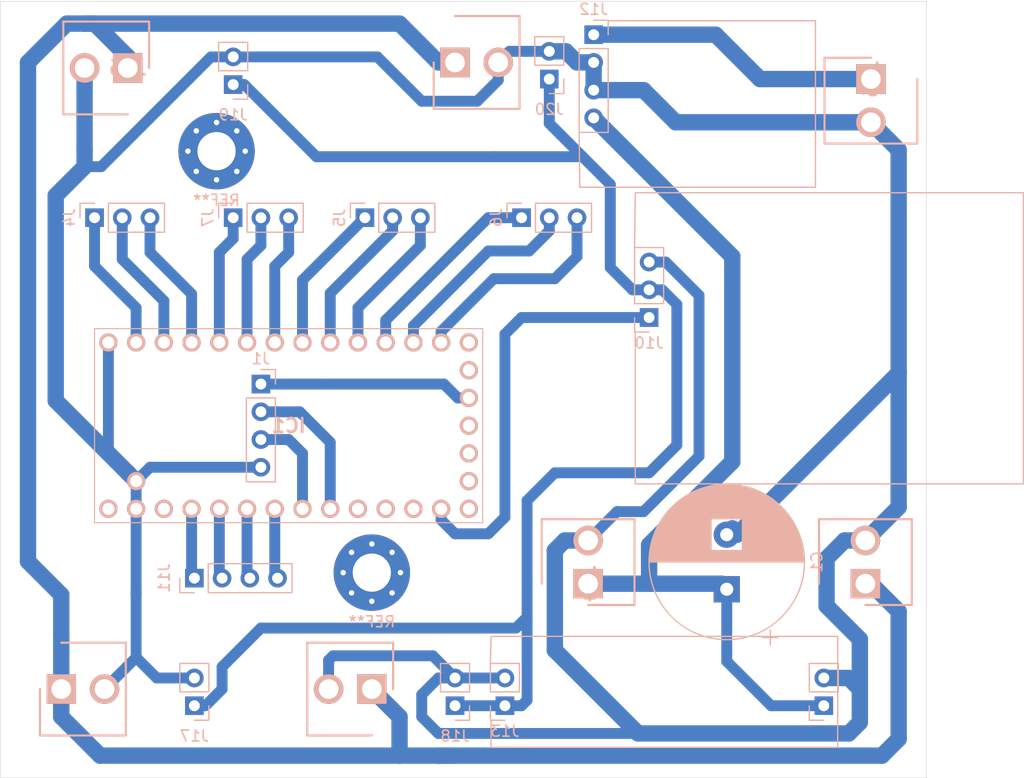
<source format=kicad_pcb>
(kicad_pcb (version 20171130) (host pcbnew 5.1.10-88a1d61d58~88~ubuntu18.04.1)

  (general
    (thickness 1.6)
    (drawings 4)
    (tracks 202)
    (zones 0)
    (modules 24)
    (nets 36)
  )

  (page A4)
  (layers
    (0 F.Cu signal)
    (31 B.Cu signal)
    (32 B.Adhes user)
    (33 F.Adhes user)
    (34 B.Paste user)
    (35 F.Paste user)
    (36 B.SilkS user)
    (37 F.SilkS user)
    (38 B.Mask user)
    (39 F.Mask user)
    (40 Dwgs.User user)
    (41 Cmts.User user)
    (42 Eco1.User user)
    (43 Eco2.User user)
    (44 Edge.Cuts user)
    (45 Margin user)
    (46 B.CrtYd user)
    (47 F.CrtYd user)
    (48 B.Fab user)
    (49 F.Fab user)
  )

  (setup
    (last_trace_width 1)
    (user_trace_width 1)
    (user_trace_width 1.5)
    (trace_clearance 0.2)
    (zone_clearance 0.508)
    (zone_45_only no)
    (trace_min 0.8)
    (via_size 0.8)
    (via_drill 0.4)
    (via_min_size 0.8)
    (via_min_drill 0.3)
    (user_via 1.5 0.5)
    (user_via 1.5 0.5)
    (uvia_size 1)
    (uvia_drill 0.1)
    (uvias_allowed no)
    (uvia_min_size 0.8)
    (uvia_min_drill 0.1)
    (edge_width 0.05)
    (segment_width 0.2)
    (pcb_text_width 0.3)
    (pcb_text_size 1.5 1.5)
    (mod_edge_width 0.12)
    (mod_text_size 1 1)
    (mod_text_width 0.15)
    (pad_size 1.05 1.5)
    (pad_drill 0.75)
    (pad_to_mask_clearance 0)
    (aux_axis_origin 0 0)
    (visible_elements FFFFFF7F)
    (pcbplotparams
      (layerselection 0x010a8_7fffffff)
      (usegerberextensions true)
      (usegerberattributes true)
      (usegerberadvancedattributes true)
      (creategerberjobfile true)
      (excludeedgelayer true)
      (linewidth 0.100000)
      (plotframeref false)
      (viasonmask false)
      (mode 1)
      (useauxorigin false)
      (hpglpennumber 1)
      (hpglpenspeed 20)
      (hpglpendiameter 15.000000)
      (psnegative false)
      (psa4output false)
      (plotreference true)
      (plotvalue true)
      (plotinvisibletext false)
      (padsonsilk false)
      (subtractmaskfromsilk false)
      (outputformat 1)
      (mirror false)
      (drillshape 0)
      (scaleselection 1)
      (outputdirectory "files/"))
  )

  (net 0 "")
  (net 1 "Net-(IC1-Pad33)")
  (net 2 "Net-(IC1-Pad31)")
  (net 3 "Net-(IC1-Pad30)")
  (net 4 "Net-(IC1-Pad29)")
  (net 5 "Net-(IC1-Pad28)")
  (net 6 "Net-(IC1-Pad27)")
  (net 7 "Net-(IC1-Pad25)")
  (net 8 "Net-(IC1-Pad24)")
  (net 9 "Net-(IC1-Pad23)")
  (net 10 "Net-(IC1-Pad22)")
  (net 11 "Net-(IC1-Pad20)")
  (net 12 "Net-(IC1-Pad19)")
  (net 13 "Net-(IC1-Pad18)")
  (net 14 "Net-(IC1-Pad15)")
  (net 15 "Net-(IC1-Pad14)")
  (net 16 "Net-(IC1-Pad13)")
  (net 17 "Net-(IC1-Pad12)")
  (net 18 "Net-(IC1-Pad11)")
  (net 19 "Net-(IC1-Pad10)")
  (net 20 "Net-(IC1-Pad9)")
  (net 21 "Net-(IC1-Pad8)")
  (net 22 "Net-(IC1-Pad7)")
  (net 23 "Net-(IC1-Pad6)")
  (net 24 "Net-(IC1-Pad5)")
  (net 25 "Net-(IC1-Pad4)")
  (net 26 "Net-(IC1-Pad3)")
  (net 27 "Net-(IC1-Pad2)")
  (net 28 GND)
  (net 29 "Net-(IC1-Pad26)")
  (net 30 VCC)
  (net 31 "Net-(IC1-Pad21)")
  (net 32 "Net-(IC1-Pad16)")
  (net 33 +7.5V)
  (net 34 +3V3)
  (net 35 +5V)

  (net_class Default "This is the default net class."
    (clearance 0.2)
    (trace_width 1)
    (via_dia 0.8)
    (via_drill 0.4)
    (uvia_dia 1)
    (uvia_drill 0.1)
    (diff_pair_width 0.8)
    (diff_pair_gap 0.25)
    (add_net +3V3)
    (add_net +5V)
    (add_net +7.5V)
    (add_net GND)
    (add_net "Net-(IC1-Pad10)")
    (add_net "Net-(IC1-Pad11)")
    (add_net "Net-(IC1-Pad12)")
    (add_net "Net-(IC1-Pad13)")
    (add_net "Net-(IC1-Pad14)")
    (add_net "Net-(IC1-Pad15)")
    (add_net "Net-(IC1-Pad16)")
    (add_net "Net-(IC1-Pad18)")
    (add_net "Net-(IC1-Pad19)")
    (add_net "Net-(IC1-Pad2)")
    (add_net "Net-(IC1-Pad20)")
    (add_net "Net-(IC1-Pad21)")
    (add_net "Net-(IC1-Pad22)")
    (add_net "Net-(IC1-Pad23)")
    (add_net "Net-(IC1-Pad24)")
    (add_net "Net-(IC1-Pad25)")
    (add_net "Net-(IC1-Pad26)")
    (add_net "Net-(IC1-Pad27)")
    (add_net "Net-(IC1-Pad28)")
    (add_net "Net-(IC1-Pad29)")
    (add_net "Net-(IC1-Pad3)")
    (add_net "Net-(IC1-Pad30)")
    (add_net "Net-(IC1-Pad31)")
    (add_net "Net-(IC1-Pad33)")
    (add_net "Net-(IC1-Pad4)")
    (add_net "Net-(IC1-Pad5)")
    (add_net "Net-(IC1-Pad6)")
    (add_net "Net-(IC1-Pad7)")
    (add_net "Net-(IC1-Pad8)")
    (add_net "Net-(IC1-Pad9)")
    (add_net VCC)
  )

  (module MountingHole:MountingHole_3.5mm_Pad_Via (layer B.Cu) (tedit 56DDBDB4) (tstamp 61EE6EE5)
    (at 46.228 64.008)
    (descr "Mounting Hole 3.5mm")
    (tags "mounting hole 3.5mm")
    (attr virtual)
    (fp_text reference REF** (at 0 4.5) (layer B.SilkS)
      (effects (font (size 1 1) (thickness 0.15)) (justify mirror))
    )
    (fp_text value MountingHole_3.5mm_Pad_Via (at 0 -4.5) (layer B.Fab)
      (effects (font (size 1 1) (thickness 0.15)) (justify mirror))
    )
    (fp_circle (center 0 0) (end 3.75 0) (layer B.CrtYd) (width 0.05))
    (fp_circle (center 0 0) (end 3.5 0) (layer Cmts.User) (width 0.15))
    (fp_text user %R (at 0.3 0) (layer B.Fab)
      (effects (font (size 1 1) (thickness 0.15)) (justify mirror))
    )
    (pad 1 thru_hole circle (at 1.856155 1.856155) (size 0.8 0.8) (drill 0.5) (layers *.Cu *.Mask))
    (pad 1 thru_hole circle (at 0 2.625) (size 0.8 0.8) (drill 0.5) (layers *.Cu *.Mask))
    (pad 1 thru_hole circle (at -1.856155 1.856155) (size 0.8 0.8) (drill 0.5) (layers *.Cu *.Mask))
    (pad 1 thru_hole circle (at -2.625 0) (size 0.8 0.8) (drill 0.5) (layers *.Cu *.Mask))
    (pad 1 thru_hole circle (at -1.856155 -1.856155) (size 0.8 0.8) (drill 0.5) (layers *.Cu *.Mask))
    (pad 1 thru_hole circle (at 0 -2.625) (size 0.8 0.8) (drill 0.5) (layers *.Cu *.Mask))
    (pad 1 thru_hole circle (at 1.856155 -1.856155) (size 0.8 0.8) (drill 0.5) (layers *.Cu *.Mask))
    (pad 1 thru_hole circle (at 2.625 0) (size 0.8 0.8) (drill 0.5) (layers *.Cu *.Mask))
    (pad 1 thru_hole circle (at 0 0) (size 7 7) (drill 3.5) (layers *.Cu *.Mask))
  )

  (module MountingHole:MountingHole_3.5mm_Pad_Via (layer B.Cu) (tedit 56DDBDB4) (tstamp 61EE6EA8)
    (at 32.004 25.4)
    (descr "Mounting Hole 3.5mm")
    (tags "mounting hole 3.5mm")
    (attr virtual)
    (fp_text reference REF** (at 0 4.5) (layer B.SilkS)
      (effects (font (size 1 1) (thickness 0.15)) (justify mirror))
    )
    (fp_text value MountingHole_3.5mm_Pad_Via (at 0 -4.5) (layer B.Fab)
      (effects (font (size 1 1) (thickness 0.15)) (justify mirror))
    )
    (fp_circle (center 0 0) (end 3.75 0) (layer B.CrtYd) (width 0.05))
    (fp_circle (center 0 0) (end 3.5 0) (layer Cmts.User) (width 0.15))
    (fp_text user %R (at 0.3 0) (layer B.Fab)
      (effects (font (size 1 1) (thickness 0.15)) (justify mirror))
    )
    (pad 1 thru_hole circle (at 1.856155 1.856155) (size 0.8 0.8) (drill 0.5) (layers *.Cu *.Mask))
    (pad 1 thru_hole circle (at 0 2.625) (size 0.8 0.8) (drill 0.5) (layers *.Cu *.Mask))
    (pad 1 thru_hole circle (at -1.856155 1.856155) (size 0.8 0.8) (drill 0.5) (layers *.Cu *.Mask))
    (pad 1 thru_hole circle (at -2.625 0) (size 0.8 0.8) (drill 0.5) (layers *.Cu *.Mask))
    (pad 1 thru_hole circle (at -1.856155 -1.856155) (size 0.8 0.8) (drill 0.5) (layers *.Cu *.Mask))
    (pad 1 thru_hole circle (at 0 -2.625) (size 0.8 0.8) (drill 0.5) (layers *.Cu *.Mask))
    (pad 1 thru_hole circle (at 1.856155 -1.856155) (size 0.8 0.8) (drill 0.5) (layers *.Cu *.Mask))
    (pad 1 thru_hole circle (at 2.625 0) (size 0.8 0.8) (drill 0.5) (layers *.Cu *.Mask))
    (pad 1 thru_hole circle (at 0 0) (size 7 7) (drill 3.5) (layers *.Cu *.Mask))
  )

  (module Connector_PinHeader_2.54mm:PinHeader_1x03_P2.54mm_Vertical (layer B.Cu) (tedit 59FED5CC) (tstamp 61ECA029)
    (at 59.944 31.496 270)
    (descr "Through hole straight pin header, 1x03, 2.54mm pitch, single row")
    (tags "Through hole pin header THT 1x03 2.54mm single row")
    (path /616C6AFD)
    (fp_text reference J6 (at 0 2.33 270) (layer B.SilkS)
      (effects (font (size 1 1) (thickness 0.15)) (justify mirror))
    )
    (fp_text value leg_br (at 0 -7.41 270) (layer B.Fab)
      (effects (font (size 1 1) (thickness 0.15)) (justify mirror))
    )
    (fp_line (start -0.635 1.27) (end 1.27 1.27) (layer B.Fab) (width 0.1))
    (fp_line (start 1.27 1.27) (end 1.27 -6.35) (layer B.Fab) (width 0.1))
    (fp_line (start 1.27 -6.35) (end -1.27 -6.35) (layer B.Fab) (width 0.1))
    (fp_line (start -1.27 -6.35) (end -1.27 0.635) (layer B.Fab) (width 0.1))
    (fp_line (start -1.27 0.635) (end -0.635 1.27) (layer B.Fab) (width 0.1))
    (fp_line (start -1.33 -6.41) (end 1.33 -6.41) (layer B.SilkS) (width 0.12))
    (fp_line (start -1.33 -1.27) (end -1.33 -6.41) (layer B.SilkS) (width 0.12))
    (fp_line (start 1.33 -1.27) (end 1.33 -6.41) (layer B.SilkS) (width 0.12))
    (fp_line (start -1.33 -1.27) (end 1.33 -1.27) (layer B.SilkS) (width 0.12))
    (fp_line (start -1.33 0) (end -1.33 1.33) (layer B.SilkS) (width 0.12))
    (fp_line (start -1.33 1.33) (end 0 1.33) (layer B.SilkS) (width 0.12))
    (fp_line (start -1.8 1.8) (end -1.8 -6.85) (layer B.CrtYd) (width 0.05))
    (fp_line (start -1.8 -6.85) (end 1.8 -6.85) (layer B.CrtYd) (width 0.05))
    (fp_line (start 1.8 -6.85) (end 1.8 1.8) (layer B.CrtYd) (width 0.05))
    (fp_line (start 1.8 1.8) (end -1.8 1.8) (layer B.CrtYd) (width 0.05))
    (fp_text user %R (at 0 -2.54) (layer B.Fab)
      (effects (font (size 1 1) (thickness 0.15)) (justify mirror))
    )
    (pad 3 thru_hole oval (at 0 -5.08 270) (size 1.7 1.7) (drill 1) (layers *.Cu *.Mask)
      (net 16 "Net-(IC1-Pad13)"))
    (pad 2 thru_hole oval (at 0 -2.54 270) (size 1.7 1.7) (drill 1) (layers *.Cu *.Mask)
      (net 17 "Net-(IC1-Pad12)"))
    (pad 1 thru_hole rect (at 0 0 270) (size 1.7 1.7) (drill 1) (layers *.Cu *.Mask)
      (net 18 "Net-(IC1-Pad11)"))
    (model ${KISYS3DMOD}/Connector_PinHeader_2.54mm.3dshapes/PinHeader_1x03_P2.54mm_Vertical.wrl
      (at (xyz 0 0 0))
      (scale (xyz 1 1 1))
      (rotate (xyz 0 0 0))
    )
  )

  (module catbot:catbot_5v_transformer (layer B.Cu) (tedit 61ED230F) (tstamp 61ECA0AB)
    (at 66.548 14.732 180)
    (descr "Through hole straight pin header, 1x04, 2.54mm pitch, single row")
    (tags "Through hole pin header THT 1x04 2.54mm single row")
    (path /61F4C10E)
    (fp_text reference J12 (at 0 2.33) (layer B.SilkS)
      (effects (font (size 1 1) (thickness 0.15)) (justify mirror))
    )
    (fp_text value 5v_transformer (at 0 -9.95) (layer B.Fab)
      (effects (font (size 1 1) (thickness 0.15)) (justify mirror))
    )
    (fp_line (start -20.32 1.27) (end -1.27 1.27) (layer B.SilkS) (width 0.12))
    (fp_line (start -20.32 -13.97) (end -20.32 1.27) (layer B.SilkS) (width 0.12))
    (fp_line (start 1.27 -13.97) (end -20.32 -13.97) (layer B.SilkS) (width 0.12))
    (fp_line (start 1.33 -8.95) (end 1.27 -13.97) (layer B.SilkS) (width 0.12))
    (fp_line (start 1.8 1.8) (end -1.8 1.8) (layer B.CrtYd) (width 0.05))
    (fp_line (start 1.8 -9.4) (end 1.8 1.8) (layer B.CrtYd) (width 0.05))
    (fp_line (start -1.8 -9.4) (end 1.8 -9.4) (layer B.CrtYd) (width 0.05))
    (fp_line (start -1.8 1.8) (end -1.8 -9.4) (layer B.CrtYd) (width 0.05))
    (fp_line (start -1.33 1.33) (end 0 1.33) (layer B.SilkS) (width 0.12))
    (fp_line (start -1.33 0) (end -1.33 1.33) (layer B.SilkS) (width 0.12))
    (fp_line (start -1.33 -1.27) (end 1.33 -1.27) (layer B.SilkS) (width 0.12))
    (fp_line (start 1.33 -1.27) (end 1.33 -8.95) (layer B.SilkS) (width 0.12))
    (fp_line (start -1.33 -1.27) (end -1.33 -8.95) (layer B.SilkS) (width 0.12))
    (fp_line (start -1.33 -8.95) (end 1.33 -8.95) (layer B.SilkS) (width 0.12))
    (fp_line (start -1.27 0.635) (end -0.635 1.27) (layer B.Fab) (width 0.1))
    (fp_line (start -1.27 -8.89) (end -1.27 0.635) (layer B.Fab) (width 0.1))
    (fp_line (start 1.27 -8.89) (end -1.27 -8.89) (layer B.Fab) (width 0.1))
    (fp_line (start 1.27 1.27) (end 1.27 -8.89) (layer B.Fab) (width 0.1))
    (fp_line (start -0.635 1.27) (end 1.27 1.27) (layer B.Fab) (width 0.1))
    (fp_text user %R (at 0 -3.81 270) (layer B.Fab)
      (effects (font (size 1 1) (thickness 0.15)) (justify mirror))
    )
    (pad 4 thru_hole oval (at 0 -7.62 180) (size 1.7 1.7) (drill 1) (layers *.Cu *.Mask)
      (net 30 VCC))
    (pad 3 thru_hole oval (at 0 -5.08 180) (size 1.7 1.7) (drill 1) (layers *.Cu *.Mask)
      (net 28 GND))
    (pad 2 thru_hole oval (at 0 -2.54 180) (size 1.7 1.7) (drill 1) (layers *.Cu *.Mask)
      (net 28 GND))
    (pad 1 thru_hole rect (at 0 0 180) (size 1.7 1.7) (drill 1) (layers *.Cu *.Mask)
      (net 35 +5V))
    (model ${KISYS3DMOD}/Connector_PinHeader_2.54mm.3dshapes/PinHeader_1x04_P2.54mm_Vertical.wrl
      (at (xyz 0 0 0))
      (scale (xyz 1 1 1))
      (rotate (xyz 0 0 0))
    )
  )

  (module Connector_PinSocket_2.54mm:PinSocket_1x02_P2.54mm_Vertical (layer B.Cu) (tedit 5A19A420) (tstamp 61ECBE38)
    (at 62.484 18.796)
    (descr "Through hole straight socket strip, 1x02, 2.54mm pitch, single row (from Kicad 4.0.7), script generated")
    (tags "Through hole socket strip THT 1x02 2.54mm single row")
    (path /61F21B9F)
    (fp_text reference J20 (at 0 2.77) (layer B.SilkS)
      (effects (font (size 1 1) (thickness 0.15)) (justify mirror))
    )
    (fp_text value in_Vcc (at 0 -5.31) (layer B.Fab)
      (effects (font (size 1 1) (thickness 0.15)) (justify mirror))
    )
    (fp_line (start -1.8 -4.3) (end -1.8 1.8) (layer B.CrtYd) (width 0.05))
    (fp_line (start 1.75 -4.3) (end -1.8 -4.3) (layer B.CrtYd) (width 0.05))
    (fp_line (start 1.75 1.8) (end 1.75 -4.3) (layer B.CrtYd) (width 0.05))
    (fp_line (start -1.8 1.8) (end 1.75 1.8) (layer B.CrtYd) (width 0.05))
    (fp_line (start 0 1.33) (end 1.33 1.33) (layer B.SilkS) (width 0.12))
    (fp_line (start 1.33 1.33) (end 1.33 0) (layer B.SilkS) (width 0.12))
    (fp_line (start 1.33 -1.27) (end 1.33 -3.87) (layer B.SilkS) (width 0.12))
    (fp_line (start -1.33 -3.87) (end 1.33 -3.87) (layer B.SilkS) (width 0.12))
    (fp_line (start -1.33 -1.27) (end -1.33 -3.87) (layer B.SilkS) (width 0.12))
    (fp_line (start -1.33 -1.27) (end 1.33 -1.27) (layer B.SilkS) (width 0.12))
    (fp_line (start -1.27 -3.81) (end -1.27 1.27) (layer B.Fab) (width 0.1))
    (fp_line (start 1.27 -3.81) (end -1.27 -3.81) (layer B.Fab) (width 0.1))
    (fp_line (start 1.27 0.635) (end 1.27 -3.81) (layer B.Fab) (width 0.1))
    (fp_line (start 0.635 1.27) (end 1.27 0.635) (layer B.Fab) (width 0.1))
    (fp_line (start -1.27 1.27) (end 0.635 1.27) (layer B.Fab) (width 0.1))
    (fp_text user %R (at 0 -1.27 -90) (layer B.Fab)
      (effects (font (size 1 1) (thickness 0.15)) (justify mirror))
    )
    (pad 2 thru_hole oval (at 0 -2.54) (size 1.7 1.7) (drill 1) (layers *.Cu *.Mask)
      (net 28 GND))
    (pad 1 thru_hole rect (at 0 0) (size 1.7 1.7) (drill 1) (layers *.Cu *.Mask)
      (net 34 +3V3))
    (model ${KISYS3DMOD}/Connector_PinSocket_2.54mm.3dshapes/PinSocket_1x02_P2.54mm_Vertical.wrl
      (at (xyz 0 0 0))
      (scale (xyz 1 1 1))
      (rotate (xyz 0 0 0))
    )
  )

  (module B2P-VH:SHDR2W114P0X396_1X2_786X850X940P (layer B.Cu) (tedit 616C0AFF) (tstamp 61EE0AA3)
    (at 91.948 18.796 270)
    (descr "B2P-VH(LF)(SN)")
    (tags Connector)
    (path /61FEA0B8)
    (fp_text reference J16 (at 0 0 270) (layer B.SilkS)
      (effects (font (size 1.27 1.27) (thickness 0.254)) (justify mirror))
    )
    (fp_text value power_raspi (at 0 0 270) (layer B.SilkS) hide
      (effects (font (size 1.27 1.27) (thickness 0.254)) (justify mirror))
    )
    (fp_line (start -2.2 -4.5) (end -2.2 4.5) (layer Dwgs.User) (width 0.05))
    (fp_line (start -2.2 4.5) (end 6.16 4.5) (layer Dwgs.User) (width 0.05))
    (fp_line (start 6.16 4.5) (end 6.16 -4.5) (layer Dwgs.User) (width 0.05))
    (fp_line (start 6.16 -4.5) (end -2.2 -4.5) (layer Dwgs.User) (width 0.05))
    (fp_line (start -1.95 -4.25) (end -1.95 4.25) (layer Dwgs.User) (width 0.1))
    (fp_line (start -1.95 4.25) (end 5.91 4.25) (layer Dwgs.User) (width 0.1))
    (fp_line (start 5.91 4.25) (end 5.91 -4.25) (layer Dwgs.User) (width 0.1))
    (fp_line (start 5.91 -4.25) (end -1.95 -4.25) (layer Dwgs.User) (width 0.1))
    (fp_line (start 0 -4.25) (end 5.91 -4.25) (layer B.SilkS) (width 0.2))
    (fp_line (start 5.91 -4.25) (end 5.91 4.25) (layer B.SilkS) (width 0.2))
    (fp_line (start 5.91 4.25) (end -1.95 4.25) (layer B.SilkS) (width 0.2))
    (fp_line (start -1.95 4.25) (end -1.95 0) (layer B.SilkS) (width 0.2))
    (pad 2 thru_hole circle (at 3.96 0 180) (size 2.7 2.7) (drill 1.8) (layers *.Cu *.Mask B.SilkS)
      (net 28 GND))
    (pad 1 thru_hole rect (at 0 0 180) (size 2.7 2.7) (drill 1.8) (layers *.Cu *.Mask B.SilkS)
      (net 35 +5V))
  )

  (module TEENSY_4.0:TEENSY40 (layer B.Cu) (tedit 616B42FE) (tstamp 61EC9FA8)
    (at 22.098 42.926)
    (descr "TEENSY 4.0-4")
    (tags "Integrated Circuit")
    (path /616DE488)
    (fp_text reference IC1 (at 16.51 7.62) (layer B.SilkS)
      (effects (font (size 1.27 1.27) (thickness 0.254)) (justify mirror))
    )
    (fp_text value TEENSY_4.0 (at 16.51 7.62) (layer B.SilkS) hide
      (effects (font (size 1.27 1.27) (thickness 0.254)) (justify mirror))
    )
    (fp_line (start -1.27 -1.27) (end -1.27 16.51) (layer B.SilkS) (width 0.1))
    (fp_line (start 34.29 -1.27) (end -1.27 -1.27) (layer B.SilkS) (width 0.1))
    (fp_line (start 34.29 16.51) (end 34.29 -1.27) (layer B.SilkS) (width 0.1))
    (fp_line (start -1.27 16.51) (end 34.29 16.51) (layer B.SilkS) (width 0.1))
    (fp_line (start -2.27 -2.27) (end -2.27 17.51) (layer Dwgs.User) (width 0.1))
    (fp_line (start 35.29 -2.27) (end -2.27 -2.27) (layer Dwgs.User) (width 0.1))
    (fp_line (start 35.29 17.51) (end 35.29 -2.27) (layer Dwgs.User) (width 0.1))
    (fp_line (start -2.27 17.51) (end 35.29 17.51) (layer Dwgs.User) (width 0.1))
    (fp_line (start -1.27 -1.27) (end -1.27 16.51) (layer Dwgs.User) (width 0.2))
    (fp_line (start 34.29 -1.27) (end -1.27 -1.27) (layer Dwgs.User) (width 0.2))
    (fp_line (start 34.29 16.51) (end 34.29 -1.27) (layer Dwgs.User) (width 0.2))
    (fp_line (start -1.27 16.51) (end 34.29 16.51) (layer Dwgs.User) (width 0.2))
    (pad 34 thru_hole circle (at 2.54 12.7 270) (size 1.665 1.665) (drill 1.11) (layers *.Cu *.Mask B.SilkS)
      (net 28 GND))
    (pad 33 thru_hole circle (at 0 15.24 270) (size 1.665 1.665) (drill 1.11) (layers *.Cu *.Mask B.SilkS)
      (net 1 "Net-(IC1-Pad33)"))
    (pad 32 thru_hole circle (at 2.54 15.24 270) (size 1.665 1.665) (drill 1.11) (layers *.Cu *.Mask B.SilkS)
      (net 28 GND))
    (pad 31 thru_hole circle (at 5.08 15.24 270) (size 1.665 1.665) (drill 1.11) (layers *.Cu *.Mask B.SilkS)
      (net 2 "Net-(IC1-Pad31)"))
    (pad 30 thru_hole circle (at 7.62 15.24 270) (size 1.665 1.665) (drill 1.11) (layers *.Cu *.Mask B.SilkS)
      (net 3 "Net-(IC1-Pad30)"))
    (pad 29 thru_hole circle (at 10.16 15.24 270) (size 1.665 1.665) (drill 1.11) (layers *.Cu *.Mask B.SilkS)
      (net 4 "Net-(IC1-Pad29)"))
    (pad 28 thru_hole circle (at 12.7 15.24 270) (size 1.665 1.665) (drill 1.11) (layers *.Cu *.Mask B.SilkS)
      (net 5 "Net-(IC1-Pad28)"))
    (pad 27 thru_hole circle (at 15.24 15.24 270) (size 1.665 1.665) (drill 1.11) (layers *.Cu *.Mask B.SilkS)
      (net 6 "Net-(IC1-Pad27)"))
    (pad 26 thru_hole circle (at 17.78 15.24 270) (size 1.665 1.665) (drill 1.11) (layers *.Cu *.Mask B.SilkS)
      (net 29 "Net-(IC1-Pad26)"))
    (pad 25 thru_hole circle (at 20.32 15.24 270) (size 1.665 1.665) (drill 1.11) (layers *.Cu *.Mask B.SilkS)
      (net 7 "Net-(IC1-Pad25)"))
    (pad 24 thru_hole circle (at 22.86 15.24 270) (size 1.665 1.665) (drill 1.11) (layers *.Cu *.Mask B.SilkS)
      (net 8 "Net-(IC1-Pad24)"))
    (pad 23 thru_hole circle (at 25.4 15.24 270) (size 1.665 1.665) (drill 1.11) (layers *.Cu *.Mask B.SilkS)
      (net 9 "Net-(IC1-Pad23)"))
    (pad 22 thru_hole circle (at 27.94 15.24 270) (size 1.665 1.665) (drill 1.11) (layers *.Cu *.Mask B.SilkS)
      (net 10 "Net-(IC1-Pad22)"))
    (pad 21 thru_hole circle (at 30.48 15.24 270) (size 1.665 1.665) (drill 1.11) (layers *.Cu *.Mask B.SilkS)
      (net 31 "Net-(IC1-Pad21)"))
    (pad 20 thru_hole circle (at 33.02 15.24 270) (size 1.665 1.665) (drill 1.11) (layers *.Cu *.Mask B.SilkS)
      (net 11 "Net-(IC1-Pad20)"))
    (pad 19 thru_hole circle (at 33.02 12.7 270) (size 1.665 1.665) (drill 1.11) (layers *.Cu *.Mask B.SilkS)
      (net 12 "Net-(IC1-Pad19)"))
    (pad 18 thru_hole circle (at 33.02 10.16 270) (size 1.665 1.665) (drill 1.11) (layers *.Cu *.Mask B.SilkS)
      (net 13 "Net-(IC1-Pad18)"))
    (pad 17 thru_hole circle (at 33.02 7.62 270) (size 1.665 1.665) (drill 1.11) (layers *.Cu *.Mask B.SilkS)
      (net 28 GND))
    (pad 16 thru_hole circle (at 33.02 5.08 270) (size 1.665 1.665) (drill 1.11) (layers *.Cu *.Mask B.SilkS)
      (net 32 "Net-(IC1-Pad16)"))
    (pad 15 thru_hole circle (at 33.02 2.54 270) (size 1.665 1.665) (drill 1.11) (layers *.Cu *.Mask B.SilkS)
      (net 14 "Net-(IC1-Pad15)"))
    (pad 14 thru_hole circle (at 33.02 0 270) (size 1.665 1.665) (drill 1.11) (layers *.Cu *.Mask B.SilkS)
      (net 15 "Net-(IC1-Pad14)"))
    (pad 13 thru_hole circle (at 30.48 0 270) (size 1.665 1.665) (drill 1.11) (layers *.Cu *.Mask B.SilkS)
      (net 16 "Net-(IC1-Pad13)"))
    (pad 12 thru_hole circle (at 27.94 0 270) (size 1.665 1.665) (drill 1.11) (layers *.Cu *.Mask B.SilkS)
      (net 17 "Net-(IC1-Pad12)"))
    (pad 11 thru_hole circle (at 25.4 0 270) (size 1.665 1.665) (drill 1.11) (layers *.Cu *.Mask B.SilkS)
      (net 18 "Net-(IC1-Pad11)"))
    (pad 10 thru_hole circle (at 22.86 0 270) (size 1.665 1.665) (drill 1.11) (layers *.Cu *.Mask B.SilkS)
      (net 19 "Net-(IC1-Pad10)"))
    (pad 9 thru_hole circle (at 20.32 0 270) (size 1.665 1.665) (drill 1.11) (layers *.Cu *.Mask B.SilkS)
      (net 20 "Net-(IC1-Pad9)"))
    (pad 8 thru_hole circle (at 17.78 0 270) (size 1.665 1.665) (drill 1.11) (layers *.Cu *.Mask B.SilkS)
      (net 21 "Net-(IC1-Pad8)"))
    (pad 7 thru_hole circle (at 15.24 0 270) (size 1.665 1.665) (drill 1.11) (layers *.Cu *.Mask B.SilkS)
      (net 22 "Net-(IC1-Pad7)"))
    (pad 6 thru_hole circle (at 12.7 0 270) (size 1.665 1.665) (drill 1.11) (layers *.Cu *.Mask B.SilkS)
      (net 23 "Net-(IC1-Pad6)"))
    (pad 5 thru_hole circle (at 10.16 0 270) (size 1.665 1.665) (drill 1.11) (layers *.Cu *.Mask B.SilkS)
      (net 24 "Net-(IC1-Pad5)"))
    (pad 4 thru_hole circle (at 7.62 0 270) (size 1.665 1.665) (drill 1.11) (layers *.Cu *.Mask B.SilkS)
      (net 25 "Net-(IC1-Pad4)"))
    (pad 3 thru_hole circle (at 5.08 0 270) (size 1.665 1.665) (drill 1.11) (layers *.Cu *.Mask B.SilkS)
      (net 26 "Net-(IC1-Pad3)"))
    (pad 2 thru_hole circle (at 2.54 0 270) (size 1.665 1.665) (drill 1.11) (layers *.Cu *.Mask B.SilkS)
      (net 27 "Net-(IC1-Pad2)"))
    (pad 1 thru_hole circle (at 0 0 270) (size 1.665 1.665) (drill 1.11) (layers *.Cu *.Mask B.SilkS)
      (net 28 GND))
  )

  (module B2P-VH:SHDR2W114P0X396_1X2_786X850X940P (layer B.Cu) (tedit 616C0AFF) (tstamp 61ED2890)
    (at 53.848 17.272)
    (descr "B2P-VH(LF)(SN)")
    (tags Connector)
    (path /61780B98)
    (fp_text reference J9 (at 0 0) (layer B.SilkS)
      (effects (font (size 1.27 1.27) (thickness 0.254)) (justify mirror))
    )
    (fp_text value "power bl" (at 0 0) (layer B.SilkS) hide
      (effects (font (size 1.27 1.27) (thickness 0.254)) (justify mirror))
    )
    (fp_line (start -1.95 4.25) (end -1.95 0) (layer B.SilkS) (width 0.2))
    (fp_line (start 5.91 4.25) (end -1.95 4.25) (layer B.SilkS) (width 0.2))
    (fp_line (start 5.91 -4.25) (end 5.91 4.25) (layer B.SilkS) (width 0.2))
    (fp_line (start 0 -4.25) (end 5.91 -4.25) (layer B.SilkS) (width 0.2))
    (fp_line (start 5.91 -4.25) (end -1.95 -4.25) (layer Dwgs.User) (width 0.1))
    (fp_line (start 5.91 4.25) (end 5.91 -4.25) (layer Dwgs.User) (width 0.1))
    (fp_line (start -1.95 4.25) (end 5.91 4.25) (layer Dwgs.User) (width 0.1))
    (fp_line (start -1.95 -4.25) (end -1.95 4.25) (layer Dwgs.User) (width 0.1))
    (fp_line (start 6.16 -4.5) (end -2.2 -4.5) (layer Dwgs.User) (width 0.05))
    (fp_line (start 6.16 4.5) (end 6.16 -4.5) (layer Dwgs.User) (width 0.05))
    (fp_line (start -2.2 4.5) (end 6.16 4.5) (layer Dwgs.User) (width 0.05))
    (fp_line (start -2.2 -4.5) (end -2.2 4.5) (layer Dwgs.User) (width 0.05))
    (pad 2 thru_hole circle (at 3.96 0 270) (size 2.7 2.7) (drill 1.8) (layers *.Cu *.Mask B.SilkS)
      (net 28 GND))
    (pad 1 thru_hole rect (at 0 0 270) (size 2.7 2.7) (drill 1.8) (layers *.Cu *.Mask B.SilkS)
      (net 33 +7.5V))
  )

  (module Connector_PinHeader_2.54mm:PinHeader_1x03_P2.54mm_Vertical (layer B.Cu) (tedit 59FED5CC) (tstamp 61ECA012)
    (at 45.593 31.496 270)
    (descr "Through hole straight pin header, 1x03, 2.54mm pitch, single row")
    (tags "Through hole pin header THT 1x03 2.54mm single row")
    (path /616C4EE3)
    (fp_text reference J5 (at 0 2.33 270) (layer B.SilkS)
      (effects (font (size 1 1) (thickness 0.15)) (justify mirror))
    )
    (fp_text value leg_fr (at 0 -7.41 270) (layer B.Fab)
      (effects (font (size 1 1) (thickness 0.15)) (justify mirror))
    )
    (fp_line (start -0.635 1.27) (end 1.27 1.27) (layer B.Fab) (width 0.1))
    (fp_line (start 1.27 1.27) (end 1.27 -6.35) (layer B.Fab) (width 0.1))
    (fp_line (start 1.27 -6.35) (end -1.27 -6.35) (layer B.Fab) (width 0.1))
    (fp_line (start -1.27 -6.35) (end -1.27 0.635) (layer B.Fab) (width 0.1))
    (fp_line (start -1.27 0.635) (end -0.635 1.27) (layer B.Fab) (width 0.1))
    (fp_line (start -1.33 -6.41) (end 1.33 -6.41) (layer B.SilkS) (width 0.12))
    (fp_line (start -1.33 -1.27) (end -1.33 -6.41) (layer B.SilkS) (width 0.12))
    (fp_line (start 1.33 -1.27) (end 1.33 -6.41) (layer B.SilkS) (width 0.12))
    (fp_line (start -1.33 -1.27) (end 1.33 -1.27) (layer B.SilkS) (width 0.12))
    (fp_line (start -1.33 0) (end -1.33 1.33) (layer B.SilkS) (width 0.12))
    (fp_line (start -1.33 1.33) (end 0 1.33) (layer B.SilkS) (width 0.12))
    (fp_line (start -1.8 1.8) (end -1.8 -6.85) (layer B.CrtYd) (width 0.05))
    (fp_line (start -1.8 -6.85) (end 1.8 -6.85) (layer B.CrtYd) (width 0.05))
    (fp_line (start 1.8 -6.85) (end 1.8 1.8) (layer B.CrtYd) (width 0.05))
    (fp_line (start 1.8 1.8) (end -1.8 1.8) (layer B.CrtYd) (width 0.05))
    (fp_text user %R (at 0 -2.54) (layer B.Fab)
      (effects (font (size 1 1) (thickness 0.15)) (justify mirror))
    )
    (pad 3 thru_hole oval (at 0 -5.08 270) (size 1.7 1.7) (drill 1) (layers *.Cu *.Mask)
      (net 19 "Net-(IC1-Pad10)"))
    (pad 2 thru_hole oval (at 0 -2.54 270) (size 1.7 1.7) (drill 1) (layers *.Cu *.Mask)
      (net 20 "Net-(IC1-Pad9)"))
    (pad 1 thru_hole rect (at 0 0 270) (size 1.7 1.7) (drill 1) (layers *.Cu *.Mask)
      (net 21 "Net-(IC1-Pad8)"))
    (model ${KISYS3DMOD}/Connector_PinHeader_2.54mm.3dshapes/PinHeader_1x03_P2.54mm_Vertical.wrl
      (at (xyz 0 0 0))
      (scale (xyz 1 1 1))
      (rotate (xyz 0 0 0))
    )
  )

  (module catbot:relay (layer B.Cu) (tedit 61ED2844) (tstamp 61ECCD50)
    (at 71.628 40.64)
    (descr "Through hole straight pin header, 1x03, 2.54mm pitch, single row")
    (tags "Through hole pin header THT 1x03 2.54mm single row")
    (path /61EF1C07)
    (fp_text reference J10 (at 0 2.33) (layer B.SilkS)
      (effects (font (size 1 1) (thickness 0.15)) (justify mirror))
    )
    (fp_text value relay_entry (at 0 -7.41) (layer B.Fab)
      (effects (font (size 1 1) (thickness 0.15)) (justify mirror))
    )
    (fp_line (start -1.27 -11.43) (end -1.33 -6.41) (layer B.SilkS) (width 0.12))
    (fp_line (start 34.29 -11.43) (end -1.27 -11.43) (layer B.SilkS) (width 0.12))
    (fp_line (start 34.29 15.24) (end 34.29 -11.43) (layer B.SilkS) (width 0.12))
    (fp_line (start -1.27 15.24) (end 34.29 15.24) (layer B.SilkS) (width 0.12))
    (fp_line (start -1.27 1.27) (end -1.27 15.24) (layer B.SilkS) (width 0.12))
    (fp_line (start -0.635 1.27) (end 1.27 1.27) (layer B.Fab) (width 0.1))
    (fp_line (start 1.27 1.27) (end 1.27 -6.35) (layer B.Fab) (width 0.1))
    (fp_line (start 1.27 -6.35) (end -1.27 -6.35) (layer B.Fab) (width 0.1))
    (fp_line (start -1.27 -6.35) (end -1.27 0.635) (layer B.Fab) (width 0.1))
    (fp_line (start -1.27 0.635) (end -0.635 1.27) (layer B.Fab) (width 0.1))
    (fp_line (start -1.33 -6.41) (end 1.33 -6.41) (layer B.SilkS) (width 0.12))
    (fp_line (start -1.33 -1.27) (end -1.33 -6.41) (layer B.SilkS) (width 0.12))
    (fp_line (start 1.33 -1.27) (end 1.33 -6.41) (layer B.SilkS) (width 0.12))
    (fp_line (start -1.33 -1.27) (end 1.33 -1.27) (layer B.SilkS) (width 0.12))
    (fp_line (start -1.33 0) (end -1.33 1.33) (layer B.SilkS) (width 0.12))
    (fp_line (start -1.33 1.33) (end 0 1.33) (layer B.SilkS) (width 0.12))
    (fp_line (start -1.8 1.8) (end -1.8 -6.85) (layer B.CrtYd) (width 0.05))
    (fp_line (start -1.8 -6.85) (end 1.8 -6.85) (layer B.CrtYd) (width 0.05))
    (fp_line (start 1.8 -6.85) (end 1.8 1.8) (layer B.CrtYd) (width 0.05))
    (fp_line (start 1.8 1.8) (end -1.8 1.8) (layer B.CrtYd) (width 0.05))
    (fp_text user %R (at 0 -2.54 -90) (layer B.Fab)
      (effects (font (size 1 1) (thickness 0.15)) (justify mirror))
    )
    (pad 3 thru_hole oval (at 0 -5.08) (size 1.7 1.7) (drill 1) (layers *.Cu *.Mask)
      (net 28 GND))
    (pad 2 thru_hole oval (at 0 -2.54) (size 1.7 1.7) (drill 1) (layers *.Cu *.Mask)
      (net 34 +3V3))
    (pad 1 thru_hole rect (at 0 0) (size 1.7 1.7) (drill 1) (layers *.Cu *.Mask)
      (net 31 "Net-(IC1-Pad21)"))
    (model ${KISYS3DMOD}/Connector_PinHeader_2.54mm.3dshapes/PinHeader_1x03_P2.54mm_Vertical.wrl
      (at (xyz 0 0 0))
      (scale (xyz 1 1 1))
      (rotate (xyz 0 0 0))
    )
  )

  (module catbot:transformer_3.3v (layer B.Cu) (tedit 61ED2594) (tstamp 61EE1385)
    (at 58.42 76.2)
    (descr "Through hole straight pin header, 1x02, 2.54mm pitch, single row")
    (tags "Through hole pin header THT 1x02 2.54mm single row")
    (path /61F94827)
    (fp_text reference J13 (at 0 2.33) (layer B.SilkS)
      (effects (font (size 1 1) (thickness 0.15)) (justify mirror))
    )
    (fp_text value "3.3v transformer" (at 0 -4.87) (layer B.Fab)
      (effects (font (size 1 1) (thickness 0.15)) (justify mirror))
    )
    (fp_line (start 30.48 -3.81) (end 27.94 -3.81) (layer B.Fab) (width 0.1))
    (fp_line (start 27.94 -3.81) (end 27.94 0.635) (layer B.Fab) (width 0.1))
    (fp_line (start 31.01 1.8) (end 27.41 1.8) (layer B.CrtYd) (width 0.05))
    (fp_line (start 27.94 0.635) (end 28.575 1.27) (layer B.Fab) (width 0.1))
    (fp_line (start 27.88 -1.27) (end 30.54 -1.27) (layer B.SilkS) (width 0.12))
    (fp_line (start 27.88 -3.87) (end 30.54 -3.87) (layer B.SilkS) (width 0.12))
    (fp_line (start 27.88 -1.27) (end 27.88 -3.87) (layer B.SilkS) (width 0.12))
    (fp_line (start 27.88 1.33) (end 29.21 1.33) (layer B.SilkS) (width 0.12))
    (fp_line (start 28.575 1.27) (end 30.48 1.27) (layer B.Fab) (width 0.1))
    (fp_line (start 27.41 1.8) (end 27.41 -4.35) (layer B.CrtYd) (width 0.05))
    (fp_line (start 27.41 -4.35) (end 31.01 -4.35) (layer B.CrtYd) (width 0.05))
    (fp_line (start 27.88 0) (end 27.88 1.33) (layer B.SilkS) (width 0.12))
    (fp_line (start 30.48 1.27) (end 30.48 -3.81) (layer B.Fab) (width 0.1))
    (fp_line (start 30.54 -1.27) (end 30.54 -3.87) (layer B.SilkS) (width 0.12))
    (fp_line (start 31.01 -4.35) (end 31.01 1.8) (layer B.CrtYd) (width 0.05))
    (fp_line (start 30.48 -6.35) (end 30.48 -5.08) (layer B.SilkS) (width 0.12))
    (fp_line (start -1.27 -6.35) (end 30.48 -6.35) (layer B.SilkS) (width 0.12))
    (fp_line (start -1.33 -3.87) (end -1.27 -6.35) (layer B.SilkS) (width 0.12))
    (fp_line (start 30.48 3.81) (end 30.48 -5.08) (layer B.SilkS) (width 0.12))
    (fp_line (start -1.27 3.81) (end 30.48 3.81) (layer B.SilkS) (width 0.12))
    (fp_line (start -1.27 1.27) (end -1.27 3.81) (layer B.SilkS) (width 0.12))
    (fp_line (start -0.635 1.27) (end 1.27 1.27) (layer B.Fab) (width 0.1))
    (fp_line (start 1.27 1.27) (end 1.27 -3.81) (layer B.Fab) (width 0.1))
    (fp_line (start 1.27 -3.81) (end -1.27 -3.81) (layer B.Fab) (width 0.1))
    (fp_line (start -1.27 -3.81) (end -1.27 0.635) (layer B.Fab) (width 0.1))
    (fp_line (start -1.27 0.635) (end -0.635 1.27) (layer B.Fab) (width 0.1))
    (fp_line (start -1.33 -3.87) (end 1.33 -3.87) (layer B.SilkS) (width 0.12))
    (fp_line (start -1.33 -1.27) (end -1.33 -3.87) (layer B.SilkS) (width 0.12))
    (fp_line (start 1.33 -1.27) (end 1.33 -3.87) (layer B.SilkS) (width 0.12))
    (fp_line (start -1.33 -1.27) (end 1.33 -1.27) (layer B.SilkS) (width 0.12))
    (fp_line (start -1.33 0) (end -1.33 1.33) (layer B.SilkS) (width 0.12))
    (fp_line (start -1.33 1.33) (end 0 1.33) (layer B.SilkS) (width 0.12))
    (fp_line (start -1.8 1.8) (end -1.8 -4.35) (layer B.CrtYd) (width 0.05))
    (fp_line (start -1.8 -4.35) (end 1.8 -4.35) (layer B.CrtYd) (width 0.05))
    (fp_line (start 1.8 -4.35) (end 1.8 1.8) (layer B.CrtYd) (width 0.05))
    (fp_line (start 1.8 1.8) (end -1.8 1.8) (layer B.CrtYd) (width 0.05))
    (fp_text user input (at 31.75 -1.27 -90) (layer B.Fab)
      (effects (font (size 1 1) (thickness 0.15)) (justify mirror))
    )
    (fp_text user output (at -2.54 -1.27 -90) (layer B.Fab)
      (effects (font (size 1 1) (thickness 0.15)) (justify mirror))
    )
    (pad 3 thru_hole rect (at 29.21 0) (size 1.7 1.7) (drill 1) (layers *.Cu *.Mask)
      (net 30 VCC))
    (pad 4 thru_hole oval (at 29.21 -2.54) (size 1.7 1.7) (drill 1) (layers *.Cu *.Mask)
      (net 28 GND))
    (pad 2 thru_hole oval (at 0 -2.54) (size 1.7 1.7) (drill 1) (layers *.Cu *.Mask)
      (net 28 GND))
    (pad 1 thru_hole rect (at 0 0) (size 1.7 1.7) (drill 1) (layers *.Cu *.Mask)
      (net 34 +3V3))
    (model ${KISYS3DMOD}/Connector_PinHeader_2.54mm.3dshapes/PinHeader_1x02_P2.54mm_Vertical.wrl
      (at (xyz 0 0 0))
      (scale (xyz 1 1 1))
      (rotate (xyz 0 0 0))
    )
  )

  (module Connector_PinSocket_2.54mm:PinSocket_1x02_P2.54mm_Vertical (layer B.Cu) (tedit 5A19A420) (tstamp 61ECBE22)
    (at 33.528 19.304)
    (descr "Through hole straight socket strip, 1x02, 2.54mm pitch, single row (from Kicad 4.0.7), script generated")
    (tags "Through hole socket strip THT 1x02 2.54mm single row")
    (path /61F1FA10)
    (fp_text reference J19 (at 0 2.77) (layer B.SilkS)
      (effects (font (size 1 1) (thickness 0.15)) (justify mirror))
    )
    (fp_text value in_Vcc (at 0 -5.31) (layer B.Fab)
      (effects (font (size 1 1) (thickness 0.15)) (justify mirror))
    )
    (fp_line (start -1.8 -4.3) (end -1.8 1.8) (layer B.CrtYd) (width 0.05))
    (fp_line (start 1.75 -4.3) (end -1.8 -4.3) (layer B.CrtYd) (width 0.05))
    (fp_line (start 1.75 1.8) (end 1.75 -4.3) (layer B.CrtYd) (width 0.05))
    (fp_line (start -1.8 1.8) (end 1.75 1.8) (layer B.CrtYd) (width 0.05))
    (fp_line (start 0 1.33) (end 1.33 1.33) (layer B.SilkS) (width 0.12))
    (fp_line (start 1.33 1.33) (end 1.33 0) (layer B.SilkS) (width 0.12))
    (fp_line (start 1.33 -1.27) (end 1.33 -3.87) (layer B.SilkS) (width 0.12))
    (fp_line (start -1.33 -3.87) (end 1.33 -3.87) (layer B.SilkS) (width 0.12))
    (fp_line (start -1.33 -1.27) (end -1.33 -3.87) (layer B.SilkS) (width 0.12))
    (fp_line (start -1.33 -1.27) (end 1.33 -1.27) (layer B.SilkS) (width 0.12))
    (fp_line (start -1.27 -3.81) (end -1.27 1.27) (layer B.Fab) (width 0.1))
    (fp_line (start 1.27 -3.81) (end -1.27 -3.81) (layer B.Fab) (width 0.1))
    (fp_line (start 1.27 0.635) (end 1.27 -3.81) (layer B.Fab) (width 0.1))
    (fp_line (start 0.635 1.27) (end 1.27 0.635) (layer B.Fab) (width 0.1))
    (fp_line (start -1.27 1.27) (end 0.635 1.27) (layer B.Fab) (width 0.1))
    (fp_text user %R (at 0 -1.27 -90) (layer B.Fab)
      (effects (font (size 1 1) (thickness 0.15)) (justify mirror))
    )
    (pad 2 thru_hole oval (at 0 -2.54) (size 1.7 1.7) (drill 1) (layers *.Cu *.Mask)
      (net 28 GND))
    (pad 1 thru_hole rect (at 0 0) (size 1.7 1.7) (drill 1) (layers *.Cu *.Mask)
      (net 34 +3V3))
    (model ${KISYS3DMOD}/Connector_PinSocket_2.54mm.3dshapes/PinSocket_1x02_P2.54mm_Vertical.wrl
      (at (xyz 0 0 0))
      (scale (xyz 1 1 1))
      (rotate (xyz 0 0 0))
    )
  )

  (module Connector_PinSocket_2.54mm:PinSocket_1x02_P2.54mm_Vertical (layer B.Cu) (tedit 5A19A420) (tstamp 61ED2488)
    (at 53.848 76.2)
    (descr "Through hole straight socket strip, 1x02, 2.54mm pitch, single row (from Kicad 4.0.7), script generated")
    (tags "Through hole socket strip THT 1x02 2.54mm single row")
    (path /61F1DA05)
    (fp_text reference J18 (at 0 2.77) (layer B.SilkS)
      (effects (font (size 1 1) (thickness 0.15)) (justify mirror))
    )
    (fp_text value in_Vcc (at 0 -5.31) (layer B.Fab)
      (effects (font (size 1 1) (thickness 0.15)) (justify mirror))
    )
    (fp_line (start -1.8 -4.3) (end -1.8 1.8) (layer B.CrtYd) (width 0.05))
    (fp_line (start 1.75 -4.3) (end -1.8 -4.3) (layer B.CrtYd) (width 0.05))
    (fp_line (start 1.75 1.8) (end 1.75 -4.3) (layer B.CrtYd) (width 0.05))
    (fp_line (start -1.8 1.8) (end 1.75 1.8) (layer B.CrtYd) (width 0.05))
    (fp_line (start 0 1.33) (end 1.33 1.33) (layer B.SilkS) (width 0.12))
    (fp_line (start 1.33 1.33) (end 1.33 0) (layer B.SilkS) (width 0.12))
    (fp_line (start 1.33 -1.27) (end 1.33 -3.87) (layer B.SilkS) (width 0.12))
    (fp_line (start -1.33 -3.87) (end 1.33 -3.87) (layer B.SilkS) (width 0.12))
    (fp_line (start -1.33 -1.27) (end -1.33 -3.87) (layer B.SilkS) (width 0.12))
    (fp_line (start -1.33 -1.27) (end 1.33 -1.27) (layer B.SilkS) (width 0.12))
    (fp_line (start -1.27 -3.81) (end -1.27 1.27) (layer B.Fab) (width 0.1))
    (fp_line (start 1.27 -3.81) (end -1.27 -3.81) (layer B.Fab) (width 0.1))
    (fp_line (start 1.27 0.635) (end 1.27 -3.81) (layer B.Fab) (width 0.1))
    (fp_line (start 0.635 1.27) (end 1.27 0.635) (layer B.Fab) (width 0.1))
    (fp_line (start -1.27 1.27) (end 0.635 1.27) (layer B.Fab) (width 0.1))
    (fp_text user %R (at 0 -1.27) (layer B.Fab)
      (effects (font (size 1 1) (thickness 0.15)) (justify mirror))
    )
    (pad 2 thru_hole oval (at 0 -2.54) (size 1.7 1.7) (drill 1) (layers *.Cu *.Mask)
      (net 28 GND))
    (pad 1 thru_hole rect (at 0 0) (size 1.7 1.7) (drill 1) (layers *.Cu *.Mask)
      (net 34 +3V3))
    (model ${KISYS3DMOD}/Connector_PinSocket_2.54mm.3dshapes/PinSocket_1x02_P2.54mm_Vertical.wrl
      (at (xyz 0 0 0))
      (scale (xyz 1 1 1))
      (rotate (xyz 0 0 0))
    )
  )

  (module Connector_PinSocket_2.54mm:PinSocket_1x02_P2.54mm_Vertical (layer B.Cu) (tedit 5A19A420) (tstamp 61ECBDF6)
    (at 29.972 76.2)
    (descr "Through hole straight socket strip, 1x02, 2.54mm pitch, single row (from Kicad 4.0.7), script generated")
    (tags "Through hole socket strip THT 1x02 2.54mm single row")
    (path /61F12510)
    (fp_text reference J17 (at 0 2.77) (layer B.SilkS)
      (effects (font (size 1 1) (thickness 0.15)) (justify mirror))
    )
    (fp_text value 3.3v_switch_fl (at 0 -5.31) (layer B.Fab)
      (effects (font (size 1 1) (thickness 0.15)) (justify mirror))
    )
    (fp_line (start -1.8 -4.3) (end -1.8 1.8) (layer B.CrtYd) (width 0.05))
    (fp_line (start 1.75 -4.3) (end -1.8 -4.3) (layer B.CrtYd) (width 0.05))
    (fp_line (start 1.75 1.8) (end 1.75 -4.3) (layer B.CrtYd) (width 0.05))
    (fp_line (start -1.8 1.8) (end 1.75 1.8) (layer B.CrtYd) (width 0.05))
    (fp_line (start 0 1.33) (end 1.33 1.33) (layer B.SilkS) (width 0.12))
    (fp_line (start 1.33 1.33) (end 1.33 0) (layer B.SilkS) (width 0.12))
    (fp_line (start 1.33 -1.27) (end 1.33 -3.87) (layer B.SilkS) (width 0.12))
    (fp_line (start -1.33 -3.87) (end 1.33 -3.87) (layer B.SilkS) (width 0.12))
    (fp_line (start -1.33 -1.27) (end -1.33 -3.87) (layer B.SilkS) (width 0.12))
    (fp_line (start -1.33 -1.27) (end 1.33 -1.27) (layer B.SilkS) (width 0.12))
    (fp_line (start -1.27 -3.81) (end -1.27 1.27) (layer B.Fab) (width 0.1))
    (fp_line (start 1.27 -3.81) (end -1.27 -3.81) (layer B.Fab) (width 0.1))
    (fp_line (start 1.27 0.635) (end 1.27 -3.81) (layer B.Fab) (width 0.1))
    (fp_line (start 0.635 1.27) (end 1.27 0.635) (layer B.Fab) (width 0.1))
    (fp_line (start -1.27 1.27) (end 0.635 1.27) (layer B.Fab) (width 0.1))
    (fp_text user %R (at 0 -1.27 -90) (layer B.Fab)
      (effects (font (size 1 1) (thickness 0.15)) (justify mirror))
    )
    (pad 2 thru_hole oval (at 0 -2.54) (size 1.7 1.7) (drill 1) (layers *.Cu *.Mask)
      (net 28 GND))
    (pad 1 thru_hole rect (at 0 0) (size 1.7 1.7) (drill 1) (layers *.Cu *.Mask)
      (net 34 +3V3))
    (model ${KISYS3DMOD}/Connector_PinSocket_2.54mm.3dshapes/PinSocket_1x02_P2.54mm_Vertical.wrl
      (at (xyz 0 0 0))
      (scale (xyz 1 1 1))
      (rotate (xyz 0 0 0))
    )
  )

  (module B2P-VH:SHDR2W114P0X396_1X2_786X850X940P (layer B.Cu) (tedit 616C0AFF) (tstamp 61ED25B0)
    (at 23.876 17.78 180)
    (descr "B2P-VH(LF)(SN)")
    (tags Connector)
    (path /61F82AEF)
    (fp_text reference J15 (at 0 0) (layer B.SilkS)
      (effects (font (size 1.27 1.27) (thickness 0.254)) (justify mirror))
    )
    (fp_text value "power servos" (at 0 0) (layer B.SilkS) hide
      (effects (font (size 1.27 1.27) (thickness 0.254)) (justify mirror))
    )
    (fp_line (start -1.95 4.25) (end -1.95 0) (layer B.SilkS) (width 0.2))
    (fp_line (start 5.91 4.25) (end -1.95 4.25) (layer B.SilkS) (width 0.2))
    (fp_line (start 5.91 -4.25) (end 5.91 4.25) (layer B.SilkS) (width 0.2))
    (fp_line (start 0 -4.25) (end 5.91 -4.25) (layer B.SilkS) (width 0.2))
    (fp_line (start 5.91 -4.25) (end -1.95 -4.25) (layer Dwgs.User) (width 0.1))
    (fp_line (start 5.91 4.25) (end 5.91 -4.25) (layer Dwgs.User) (width 0.1))
    (fp_line (start -1.95 4.25) (end 5.91 4.25) (layer Dwgs.User) (width 0.1))
    (fp_line (start -1.95 -4.25) (end -1.95 4.25) (layer Dwgs.User) (width 0.1))
    (fp_line (start 6.16 -4.5) (end -2.2 -4.5) (layer Dwgs.User) (width 0.05))
    (fp_line (start 6.16 4.5) (end 6.16 -4.5) (layer Dwgs.User) (width 0.05))
    (fp_line (start -2.2 4.5) (end 6.16 4.5) (layer Dwgs.User) (width 0.05))
    (fp_line (start -2.2 -4.5) (end -2.2 4.5) (layer Dwgs.User) (width 0.05))
    (pad 2 thru_hole circle (at 3.96 0 90) (size 2.7 2.7) (drill 1.8) (layers *.Cu *.Mask B.SilkS)
      (net 28 GND))
    (pad 1 thru_hole rect (at 0 0 90) (size 2.7 2.7) (drill 1.8) (layers *.Cu *.Mask B.SilkS)
      (net 33 +7.5V))
  )

  (module B2P-VH:SHDR2W114P0X396_1X2_786X850X940P (layer B.Cu) (tedit 616C0AFF) (tstamp 61EE3F55)
    (at 66.04 65.024 90)
    (descr "B2P-VH(LF)(SN)")
    (tags Connector)
    (path /61F324BD)
    (fp_text reference J14 (at 0 0 270) (layer B.SilkS)
      (effects (font (size 1.27 1.27) (thickness 0.254)) (justify mirror))
    )
    (fp_text value power_battery (at 0 0 270) (layer B.SilkS) hide
      (effects (font (size 1.27 1.27) (thickness 0.254)) (justify mirror))
    )
    (fp_line (start -1.95 4.25) (end -1.95 0) (layer B.SilkS) (width 0.2))
    (fp_line (start 5.91 4.25) (end -1.95 4.25) (layer B.SilkS) (width 0.2))
    (fp_line (start 5.91 -4.25) (end 5.91 4.25) (layer B.SilkS) (width 0.2))
    (fp_line (start 0 -4.25) (end 5.91 -4.25) (layer B.SilkS) (width 0.2))
    (fp_line (start 5.91 -4.25) (end -1.95 -4.25) (layer Dwgs.User) (width 0.1))
    (fp_line (start 5.91 4.25) (end 5.91 -4.25) (layer Dwgs.User) (width 0.1))
    (fp_line (start -1.95 4.25) (end 5.91 4.25) (layer Dwgs.User) (width 0.1))
    (fp_line (start -1.95 -4.25) (end -1.95 4.25) (layer Dwgs.User) (width 0.1))
    (fp_line (start 6.16 -4.5) (end -2.2 -4.5) (layer Dwgs.User) (width 0.05))
    (fp_line (start 6.16 4.5) (end 6.16 -4.5) (layer Dwgs.User) (width 0.05))
    (fp_line (start -2.2 4.5) (end 6.16 4.5) (layer Dwgs.User) (width 0.05))
    (fp_line (start -2.2 -4.5) (end -2.2 4.5) (layer Dwgs.User) (width 0.05))
    (pad 2 thru_hole circle (at 3.96 0) (size 2.7 2.7) (drill 1.8) (layers *.Cu *.Mask B.SilkS)
      (net 28 GND))
    (pad 1 thru_hole rect (at 0 0) (size 2.7 2.7) (drill 1.8) (layers *.Cu *.Mask B.SilkS)
      (net 30 VCC))
  )

  (module Connector_PinSocket_2.54mm:PinSocket_1x04_P2.54mm_Vertical (layer B.Cu) (tedit 5A19A429) (tstamp 61ECB287)
    (at 29.972 64.516 270)
    (descr "Through hole straight socket strip, 1x04, 2.54mm pitch, single row (from Kicad 4.0.7), script generated")
    (tags "Through hole socket strip THT 1x04 2.54mm single row")
    (path /61F0E593)
    (fp_text reference J11 (at 0 2.77 270) (layer B.SilkS)
      (effects (font (size 1 1) (thickness 0.15)) (justify mirror))
    )
    (fp_text value conn_leg_switch (at 0 -10.39 270) (layer B.Fab)
      (effects (font (size 1 1) (thickness 0.15)) (justify mirror))
    )
    (fp_line (start -1.27 1.27) (end 0.635 1.27) (layer B.Fab) (width 0.1))
    (fp_line (start 0.635 1.27) (end 1.27 0.635) (layer B.Fab) (width 0.1))
    (fp_line (start 1.27 0.635) (end 1.27 -8.89) (layer B.Fab) (width 0.1))
    (fp_line (start 1.27 -8.89) (end -1.27 -8.89) (layer B.Fab) (width 0.1))
    (fp_line (start -1.27 -8.89) (end -1.27 1.27) (layer B.Fab) (width 0.1))
    (fp_line (start -1.33 -1.27) (end 1.33 -1.27) (layer B.SilkS) (width 0.12))
    (fp_line (start -1.33 -1.27) (end -1.33 -8.95) (layer B.SilkS) (width 0.12))
    (fp_line (start -1.33 -8.95) (end 1.33 -8.95) (layer B.SilkS) (width 0.12))
    (fp_line (start 1.33 -1.27) (end 1.33 -8.95) (layer B.SilkS) (width 0.12))
    (fp_line (start 1.33 1.33) (end 1.33 0) (layer B.SilkS) (width 0.12))
    (fp_line (start 0 1.33) (end 1.33 1.33) (layer B.SilkS) (width 0.12))
    (fp_line (start -1.8 1.8) (end 1.75 1.8) (layer B.CrtYd) (width 0.05))
    (fp_line (start 1.75 1.8) (end 1.75 -9.4) (layer B.CrtYd) (width 0.05))
    (fp_line (start 1.75 -9.4) (end -1.8 -9.4) (layer B.CrtYd) (width 0.05))
    (fp_line (start -1.8 -9.4) (end -1.8 1.8) (layer B.CrtYd) (width 0.05))
    (fp_text user %R (at 0 -3.81) (layer B.Fab)
      (effects (font (size 1 1) (thickness 0.15)) (justify mirror))
    )
    (pad 4 thru_hole oval (at 0 -7.62 270) (size 1.7 1.7) (drill 1) (layers *.Cu *.Mask)
      (net 6 "Net-(IC1-Pad27)"))
    (pad 3 thru_hole oval (at 0 -5.08 270) (size 1.7 1.7) (drill 1) (layers *.Cu *.Mask)
      (net 5 "Net-(IC1-Pad28)"))
    (pad 2 thru_hole oval (at 0 -2.54 270) (size 1.7 1.7) (drill 1) (layers *.Cu *.Mask)
      (net 4 "Net-(IC1-Pad29)"))
    (pad 1 thru_hole rect (at 0 0 270) (size 1.7 1.7) (drill 1) (layers *.Cu *.Mask)
      (net 3 "Net-(IC1-Pad30)"))
    (model ${KISYS3DMOD}/Connector_PinSocket_2.54mm.3dshapes/PinSocket_1x04_P2.54mm_Vertical.wrl
      (at (xyz 0 0 0))
      (scale (xyz 1 1 1))
      (rotate (xyz 0 0 0))
    )
  )

  (module B2P-VH:SHDR2W114P0X396_1X2_786X850X940P (layer B.Cu) (tedit 616C0AFF) (tstamp 61ED202D)
    (at 17.78 74.676)
    (descr "B2P-VH(LF)(SN)")
    (tags Connector)
    (path /61786A4D)
    (fp_text reference J8 (at 0 0) (layer B.SilkS)
      (effects (font (size 1.27 1.27) (thickness 0.254)) (justify mirror))
    )
    (fp_text value "power br" (at 0 0) (layer B.SilkS) hide
      (effects (font (size 1.27 1.27) (thickness 0.254)) (justify mirror))
    )
    (fp_line (start -1.95 4.25) (end -1.95 0) (layer B.SilkS) (width 0.2))
    (fp_line (start 5.91 4.25) (end -1.95 4.25) (layer B.SilkS) (width 0.2))
    (fp_line (start 5.91 -4.25) (end 5.91 4.25) (layer B.SilkS) (width 0.2))
    (fp_line (start 0 -4.25) (end 5.91 -4.25) (layer B.SilkS) (width 0.2))
    (fp_line (start 5.91 -4.25) (end -1.95 -4.25) (layer Dwgs.User) (width 0.1))
    (fp_line (start 5.91 4.25) (end 5.91 -4.25) (layer Dwgs.User) (width 0.1))
    (fp_line (start -1.95 4.25) (end 5.91 4.25) (layer Dwgs.User) (width 0.1))
    (fp_line (start -1.95 -4.25) (end -1.95 4.25) (layer Dwgs.User) (width 0.1))
    (fp_line (start 6.16 -4.5) (end -2.2 -4.5) (layer Dwgs.User) (width 0.05))
    (fp_line (start 6.16 4.5) (end 6.16 -4.5) (layer Dwgs.User) (width 0.05))
    (fp_line (start -2.2 4.5) (end 6.16 4.5) (layer Dwgs.User) (width 0.05))
    (fp_line (start -2.2 -4.5) (end -2.2 4.5) (layer Dwgs.User) (width 0.05))
    (pad 2 thru_hole circle (at 3.96 0 270) (size 2.7 2.7) (drill 1.8) (layers *.Cu *.Mask B.SilkS)
      (net 28 GND))
    (pad 1 thru_hole rect (at 0 0 270) (size 2.7 2.7) (drill 1.8) (layers *.Cu *.Mask B.SilkS)
      (net 33 +7.5V))
  )

  (module Connector_PinHeader_2.54mm:PinHeader_1x03_P2.54mm_Vertical (layer B.Cu) (tedit 59FED5CC) (tstamp 61ECA040)
    (at 33.528 31.496 270)
    (descr "Through hole straight pin header, 1x03, 2.54mm pitch, single row")
    (tags "Through hole pin header THT 1x03 2.54mm single row")
    (path /616C272B)
    (fp_text reference J7 (at 0 2.33 270) (layer B.SilkS)
      (effects (font (size 1 1) (thickness 0.15)) (justify mirror))
    )
    (fp_text value leg_bl (at 0 -7.41 270) (layer B.Fab)
      (effects (font (size 1 1) (thickness 0.15)) (justify mirror))
    )
    (fp_line (start -0.635 1.27) (end 1.27 1.27) (layer B.Fab) (width 0.1))
    (fp_line (start 1.27 1.27) (end 1.27 -6.35) (layer B.Fab) (width 0.1))
    (fp_line (start 1.27 -6.35) (end -1.27 -6.35) (layer B.Fab) (width 0.1))
    (fp_line (start -1.27 -6.35) (end -1.27 0.635) (layer B.Fab) (width 0.1))
    (fp_line (start -1.27 0.635) (end -0.635 1.27) (layer B.Fab) (width 0.1))
    (fp_line (start -1.33 -6.41) (end 1.33 -6.41) (layer B.SilkS) (width 0.12))
    (fp_line (start -1.33 -1.27) (end -1.33 -6.41) (layer B.SilkS) (width 0.12))
    (fp_line (start 1.33 -1.27) (end 1.33 -6.41) (layer B.SilkS) (width 0.12))
    (fp_line (start -1.33 -1.27) (end 1.33 -1.27) (layer B.SilkS) (width 0.12))
    (fp_line (start -1.33 0) (end -1.33 1.33) (layer B.SilkS) (width 0.12))
    (fp_line (start -1.33 1.33) (end 0 1.33) (layer B.SilkS) (width 0.12))
    (fp_line (start -1.8 1.8) (end -1.8 -6.85) (layer B.CrtYd) (width 0.05))
    (fp_line (start -1.8 -6.85) (end 1.8 -6.85) (layer B.CrtYd) (width 0.05))
    (fp_line (start 1.8 -6.85) (end 1.8 1.8) (layer B.CrtYd) (width 0.05))
    (fp_line (start 1.8 1.8) (end -1.8 1.8) (layer B.CrtYd) (width 0.05))
    (fp_text user %R (at 0 -2.54) (layer B.Fab)
      (effects (font (size 1 1) (thickness 0.15)) (justify mirror))
    )
    (pad 3 thru_hole oval (at 0 -5.08 270) (size 1.7 1.7) (drill 1) (layers *.Cu *.Mask)
      (net 22 "Net-(IC1-Pad7)"))
    (pad 2 thru_hole oval (at 0 -2.54 270) (size 1.7 1.7) (drill 1) (layers *.Cu *.Mask)
      (net 23 "Net-(IC1-Pad6)"))
    (pad 1 thru_hole rect (at 0 0 270) (size 1.7 1.7) (drill 1) (layers *.Cu *.Mask)
      (net 24 "Net-(IC1-Pad5)"))
    (model ${KISYS3DMOD}/Connector_PinHeader_2.54mm.3dshapes/PinHeader_1x03_P2.54mm_Vertical.wrl
      (at (xyz 0 0 0))
      (scale (xyz 1 1 1))
      (rotate (xyz 0 0 0))
    )
  )

  (module Connector_PinHeader_2.54mm:PinHeader_1x03_P2.54mm_Vertical (layer B.Cu) (tedit 59FED5CC) (tstamp 61EC9FFB)
    (at 20.828 31.496 270)
    (descr "Through hole straight pin header, 1x03, 2.54mm pitch, single row")
    (tags "Through hole pin header THT 1x03 2.54mm single row")
    (path /616C112F)
    (fp_text reference J4 (at 0 2.33 270) (layer B.SilkS)
      (effects (font (size 1 1) (thickness 0.15)) (justify mirror))
    )
    (fp_text value leg_fl (at 0 -7.41 270) (layer B.Fab)
      (effects (font (size 1 1) (thickness 0.15)) (justify mirror))
    )
    (fp_line (start -0.635 1.27) (end 1.27 1.27) (layer B.Fab) (width 0.1))
    (fp_line (start 1.27 1.27) (end 1.27 -6.35) (layer B.Fab) (width 0.1))
    (fp_line (start 1.27 -6.35) (end -1.27 -6.35) (layer B.Fab) (width 0.1))
    (fp_line (start -1.27 -6.35) (end -1.27 0.635) (layer B.Fab) (width 0.1))
    (fp_line (start -1.27 0.635) (end -0.635 1.27) (layer B.Fab) (width 0.1))
    (fp_line (start -1.33 -6.41) (end 1.33 -6.41) (layer B.SilkS) (width 0.12))
    (fp_line (start -1.33 -1.27) (end -1.33 -6.41) (layer B.SilkS) (width 0.12))
    (fp_line (start 1.33 -1.27) (end 1.33 -6.41) (layer B.SilkS) (width 0.12))
    (fp_line (start -1.33 -1.27) (end 1.33 -1.27) (layer B.SilkS) (width 0.12))
    (fp_line (start -1.33 0) (end -1.33 1.33) (layer B.SilkS) (width 0.12))
    (fp_line (start -1.33 1.33) (end 0 1.33) (layer B.SilkS) (width 0.12))
    (fp_line (start -1.8 1.8) (end -1.8 -6.85) (layer B.CrtYd) (width 0.05))
    (fp_line (start -1.8 -6.85) (end 1.8 -6.85) (layer B.CrtYd) (width 0.05))
    (fp_line (start 1.8 -6.85) (end 1.8 1.8) (layer B.CrtYd) (width 0.05))
    (fp_line (start 1.8 1.8) (end -1.8 1.8) (layer B.CrtYd) (width 0.05))
    (fp_text user %R (at 0 -2.54) (layer B.Fab)
      (effects (font (size 1 1) (thickness 0.15)) (justify mirror))
    )
    (pad 3 thru_hole oval (at 0 -5.08 270) (size 1.7 1.7) (drill 1) (layers *.Cu *.Mask)
      (net 25 "Net-(IC1-Pad4)"))
    (pad 2 thru_hole oval (at 0 -2.54 270) (size 1.7 1.7) (drill 1) (layers *.Cu *.Mask)
      (net 26 "Net-(IC1-Pad3)"))
    (pad 1 thru_hole rect (at 0 0 270) (size 1.7 1.7) (drill 1) (layers *.Cu *.Mask)
      (net 27 "Net-(IC1-Pad2)"))
    (model ${KISYS3DMOD}/Connector_PinHeader_2.54mm.3dshapes/PinHeader_1x03_P2.54mm_Vertical.wrl
      (at (xyz 0 0 0))
      (scale (xyz 1 1 1))
      (rotate (xyz 0 0 0))
    )
  )

  (module B2P-VH:SHDR2W114P0X396_1X2_786X850X940P (layer B.Cu) (tedit 616C0AFF) (tstamp 61EC9FE4)
    (at 46.228 74.676 180)
    (descr "B2P-VH(LF)(SN)")
    (tags Connector)
    (path /61770EFF)
    (fp_text reference J3 (at 0 0) (layer B.SilkS)
      (effects (font (size 1.27 1.27) (thickness 0.254)) (justify mirror))
    )
    (fp_text value "power fl" (at 0 0) (layer B.SilkS) hide
      (effects (font (size 1.27 1.27) (thickness 0.254)) (justify mirror))
    )
    (fp_line (start -1.95 4.25) (end -1.95 0) (layer B.SilkS) (width 0.2))
    (fp_line (start 5.91 4.25) (end -1.95 4.25) (layer B.SilkS) (width 0.2))
    (fp_line (start 5.91 -4.25) (end 5.91 4.25) (layer B.SilkS) (width 0.2))
    (fp_line (start 0 -4.25) (end 5.91 -4.25) (layer B.SilkS) (width 0.2))
    (fp_line (start 5.91 -4.25) (end -1.95 -4.25) (layer Dwgs.User) (width 0.1))
    (fp_line (start 5.91 4.25) (end 5.91 -4.25) (layer Dwgs.User) (width 0.1))
    (fp_line (start -1.95 4.25) (end 5.91 4.25) (layer Dwgs.User) (width 0.1))
    (fp_line (start -1.95 -4.25) (end -1.95 4.25) (layer Dwgs.User) (width 0.1))
    (fp_line (start 6.16 -4.5) (end -2.2 -4.5) (layer Dwgs.User) (width 0.05))
    (fp_line (start 6.16 4.5) (end 6.16 -4.5) (layer Dwgs.User) (width 0.05))
    (fp_line (start -2.2 4.5) (end 6.16 4.5) (layer Dwgs.User) (width 0.05))
    (fp_line (start -2.2 -4.5) (end -2.2 4.5) (layer Dwgs.User) (width 0.05))
    (pad 2 thru_hole circle (at 3.96 0 90) (size 2.7 2.7) (drill 1.8) (layers *.Cu *.Mask B.SilkS)
      (net 28 GND))
    (pad 1 thru_hole rect (at 0 0 90) (size 2.7 2.7) (drill 1.8) (layers *.Cu *.Mask B.SilkS)
      (net 33 +7.5V))
  )

  (module B2P-VH:SHDR2W114P0X396_1X2_786X850X940P (layer B.Cu) (tedit 616C0AFF) (tstamp 61EE3F19)
    (at 91.44 65.024 90)
    (descr "B2P-VH(LF)(SN)")
    (tags Connector)
    (path /61791BF5)
    (fp_text reference J2 (at 0 0 270) (layer B.SilkS)
      (effects (font (size 1.27 1.27) (thickness 0.254)) (justify mirror))
    )
    (fp_text value "power fr" (at 0 0 270) (layer B.SilkS) hide
      (effects (font (size 1.27 1.27) (thickness 0.254)) (justify mirror))
    )
    (fp_line (start -1.95 4.25) (end -1.95 0) (layer B.SilkS) (width 0.2))
    (fp_line (start 5.91 4.25) (end -1.95 4.25) (layer B.SilkS) (width 0.2))
    (fp_line (start 5.91 -4.25) (end 5.91 4.25) (layer B.SilkS) (width 0.2))
    (fp_line (start 0 -4.25) (end 5.91 -4.25) (layer B.SilkS) (width 0.2))
    (fp_line (start 5.91 -4.25) (end -1.95 -4.25) (layer Dwgs.User) (width 0.1))
    (fp_line (start 5.91 4.25) (end 5.91 -4.25) (layer Dwgs.User) (width 0.1))
    (fp_line (start -1.95 4.25) (end 5.91 4.25) (layer Dwgs.User) (width 0.1))
    (fp_line (start -1.95 -4.25) (end -1.95 4.25) (layer Dwgs.User) (width 0.1))
    (fp_line (start 6.16 -4.5) (end -2.2 -4.5) (layer Dwgs.User) (width 0.05))
    (fp_line (start 6.16 4.5) (end 6.16 -4.5) (layer Dwgs.User) (width 0.05))
    (fp_line (start -2.2 4.5) (end 6.16 4.5) (layer Dwgs.User) (width 0.05))
    (fp_line (start -2.2 -4.5) (end -2.2 4.5) (layer Dwgs.User) (width 0.05))
    (pad 2 thru_hole circle (at 3.96 0) (size 2.7 2.7) (drill 1.8) (layers *.Cu *.Mask B.SilkS)
      (net 28 GND))
    (pad 1 thru_hole rect (at 0 0) (size 2.7 2.7) (drill 1.8) (layers *.Cu *.Mask B.SilkS)
      (net 33 +7.5V))
  )

  (module Connector_PinHeader_2.54mm:PinHeader_1x04_P2.54mm_Vertical (layer B.Cu) (tedit 59FED5CC) (tstamp 61EC9FC0)
    (at 36.068 46.736 180)
    (descr "Through hole straight pin header, 1x04, 2.54mm pitch, single row")
    (tags "Through hole pin header THT 1x04 2.54mm single row")
    (path /616D6F77)
    (fp_text reference J1 (at 0 2.33) (layer B.SilkS)
      (effects (font (size 1 1) (thickness 0.15)) (justify mirror))
    )
    (fp_text value imu_sensor (at 0 -9.95) (layer B.Fab)
      (effects (font (size 1 1) (thickness 0.15)) (justify mirror))
    )
    (fp_line (start -0.635 1.27) (end 1.27 1.27) (layer B.Fab) (width 0.1))
    (fp_line (start 1.27 1.27) (end 1.27 -8.89) (layer B.Fab) (width 0.1))
    (fp_line (start 1.27 -8.89) (end -1.27 -8.89) (layer B.Fab) (width 0.1))
    (fp_line (start -1.27 -8.89) (end -1.27 0.635) (layer B.Fab) (width 0.1))
    (fp_line (start -1.27 0.635) (end -0.635 1.27) (layer B.Fab) (width 0.1))
    (fp_line (start -1.33 -8.95) (end 1.33 -8.95) (layer B.SilkS) (width 0.12))
    (fp_line (start -1.33 -1.27) (end -1.33 -8.95) (layer B.SilkS) (width 0.12))
    (fp_line (start 1.33 -1.27) (end 1.33 -8.95) (layer B.SilkS) (width 0.12))
    (fp_line (start -1.33 -1.27) (end 1.33 -1.27) (layer B.SilkS) (width 0.12))
    (fp_line (start -1.33 0) (end -1.33 1.33) (layer B.SilkS) (width 0.12))
    (fp_line (start -1.33 1.33) (end 0 1.33) (layer B.SilkS) (width 0.12))
    (fp_line (start -1.8 1.8) (end -1.8 -9.4) (layer B.CrtYd) (width 0.05))
    (fp_line (start -1.8 -9.4) (end 1.8 -9.4) (layer B.CrtYd) (width 0.05))
    (fp_line (start 1.8 -9.4) (end 1.8 1.8) (layer B.CrtYd) (width 0.05))
    (fp_line (start 1.8 1.8) (end -1.8 1.8) (layer B.CrtYd) (width 0.05))
    (fp_text user %R (at 0 -3.81 270) (layer B.Fab)
      (effects (font (size 1 1) (thickness 0.15)) (justify mirror))
    )
    (pad 4 thru_hole oval (at 0 -7.62 180) (size 1.7 1.7) (drill 1) (layers *.Cu *.Mask)
      (net 28 GND))
    (pad 3 thru_hole oval (at 0 -5.08 180) (size 1.7 1.7) (drill 1) (layers *.Cu *.Mask)
      (net 29 "Net-(IC1-Pad26)"))
    (pad 2 thru_hole oval (at 0 -2.54 180) (size 1.7 1.7) (drill 1) (layers *.Cu *.Mask)
      (net 7 "Net-(IC1-Pad25)"))
    (pad 1 thru_hole rect (at 0 0 180) (size 1.7 1.7) (drill 1) (layers *.Cu *.Mask)
      (net 32 "Net-(IC1-Pad16)"))
    (model ${KISYS3DMOD}/Connector_PinHeader_2.54mm.3dshapes/PinHeader_1x04_P2.54mm_Vertical.wrl
      (at (xyz 0 0 0))
      (scale (xyz 1 1 1))
      (rotate (xyz 0 0 0))
    )
  )

  (module Capacitor_THT:CP_Radial_D14.0mm_P5.00mm (layer B.Cu) (tedit 5AE50EF1) (tstamp 61EE428D)
    (at 78.74 65.532 90)
    (descr "CP, Radial series, Radial, pin pitch=5.00mm, , diameter=14mm, Electrolytic Capacitor")
    (tags "CP Radial series Radial pin pitch 5.00mm  diameter 14mm Electrolytic Capacitor")
    (path /61F34E45)
    (fp_text reference C1 (at 2.5 8.25 270) (layer B.SilkS)
      (effects (font (size 1 1) (thickness 0.15)) (justify mirror))
    )
    (fp_text value CP (at 2.5 -8.25 270) (layer B.Fab)
      (effects (font (size 1 1) (thickness 0.15)) (justify mirror))
    )
    (fp_circle (center 2.5 0) (end 9.5 0) (layer B.Fab) (width 0.1))
    (fp_circle (center 2.5 0) (end 9.62 0) (layer B.SilkS) (width 0.12))
    (fp_circle (center 2.5 0) (end 9.75 0) (layer B.CrtYd) (width 0.05))
    (fp_line (start -3.513066 3.0675) (end -2.113066 3.0675) (layer B.Fab) (width 0.1))
    (fp_line (start -2.813066 3.7675) (end -2.813066 2.3675) (layer B.Fab) (width 0.1))
    (fp_line (start 2.5 7.08) (end 2.5 -7.08) (layer B.SilkS) (width 0.12))
    (fp_line (start 2.54 7.08) (end 2.54 -7.08) (layer B.SilkS) (width 0.12))
    (fp_line (start 2.58 7.08) (end 2.58 -7.08) (layer B.SilkS) (width 0.12))
    (fp_line (start 2.62 7.079) (end 2.62 -7.079) (layer B.SilkS) (width 0.12))
    (fp_line (start 2.66 7.079) (end 2.66 -7.079) (layer B.SilkS) (width 0.12))
    (fp_line (start 2.7 7.078) (end 2.7 -7.078) (layer B.SilkS) (width 0.12))
    (fp_line (start 2.74 7.076) (end 2.74 -7.076) (layer B.SilkS) (width 0.12))
    (fp_line (start 2.78 7.075) (end 2.78 -7.075) (layer B.SilkS) (width 0.12))
    (fp_line (start 2.82 7.073) (end 2.82 -7.073) (layer B.SilkS) (width 0.12))
    (fp_line (start 2.86 7.071) (end 2.86 -7.071) (layer B.SilkS) (width 0.12))
    (fp_line (start 2.9 7.069) (end 2.9 -7.069) (layer B.SilkS) (width 0.12))
    (fp_line (start 2.94 7.067) (end 2.94 -7.067) (layer B.SilkS) (width 0.12))
    (fp_line (start 2.98 7.064) (end 2.98 -7.064) (layer B.SilkS) (width 0.12))
    (fp_line (start 3.02 7.061) (end 3.02 -7.061) (layer B.SilkS) (width 0.12))
    (fp_line (start 3.06 7.058) (end 3.06 -7.058) (layer B.SilkS) (width 0.12))
    (fp_line (start 3.1 7.055) (end 3.1 -7.055) (layer B.SilkS) (width 0.12))
    (fp_line (start 3.14 7.052) (end 3.14 -7.052) (layer B.SilkS) (width 0.12))
    (fp_line (start 3.18 7.048) (end 3.18 -7.048) (layer B.SilkS) (width 0.12))
    (fp_line (start 3.221 7.044) (end 3.221 -7.044) (layer B.SilkS) (width 0.12))
    (fp_line (start 3.261 7.04) (end 3.261 -7.04) (layer B.SilkS) (width 0.12))
    (fp_line (start 3.301 7.035) (end 3.301 -7.035) (layer B.SilkS) (width 0.12))
    (fp_line (start 3.341 7.031) (end 3.341 -7.031) (layer B.SilkS) (width 0.12))
    (fp_line (start 3.381 7.026) (end 3.381 -7.026) (layer B.SilkS) (width 0.12))
    (fp_line (start 3.421 7.021) (end 3.421 -7.021) (layer B.SilkS) (width 0.12))
    (fp_line (start 3.461 7.015) (end 3.461 -7.015) (layer B.SilkS) (width 0.12))
    (fp_line (start 3.501 7.01) (end 3.501 -7.01) (layer B.SilkS) (width 0.12))
    (fp_line (start 3.541 7.004) (end 3.541 -7.004) (layer B.SilkS) (width 0.12))
    (fp_line (start 3.581 6.998) (end 3.581 1.44) (layer B.SilkS) (width 0.12))
    (fp_line (start 3.581 -1.44) (end 3.581 -6.998) (layer B.SilkS) (width 0.12))
    (fp_line (start 3.621 6.992) (end 3.621 1.44) (layer B.SilkS) (width 0.12))
    (fp_line (start 3.621 -1.44) (end 3.621 -6.992) (layer B.SilkS) (width 0.12))
    (fp_line (start 3.661 6.985) (end 3.661 1.44) (layer B.SilkS) (width 0.12))
    (fp_line (start 3.661 -1.44) (end 3.661 -6.985) (layer B.SilkS) (width 0.12))
    (fp_line (start 3.701 6.979) (end 3.701 1.44) (layer B.SilkS) (width 0.12))
    (fp_line (start 3.701 -1.44) (end 3.701 -6.979) (layer B.SilkS) (width 0.12))
    (fp_line (start 3.741 6.972) (end 3.741 1.44) (layer B.SilkS) (width 0.12))
    (fp_line (start 3.741 -1.44) (end 3.741 -6.972) (layer B.SilkS) (width 0.12))
    (fp_line (start 3.781 6.964) (end 3.781 1.44) (layer B.SilkS) (width 0.12))
    (fp_line (start 3.781 -1.44) (end 3.781 -6.964) (layer B.SilkS) (width 0.12))
    (fp_line (start 3.821 6.957) (end 3.821 1.44) (layer B.SilkS) (width 0.12))
    (fp_line (start 3.821 -1.44) (end 3.821 -6.957) (layer B.SilkS) (width 0.12))
    (fp_line (start 3.861 6.949) (end 3.861 1.44) (layer B.SilkS) (width 0.12))
    (fp_line (start 3.861 -1.44) (end 3.861 -6.949) (layer B.SilkS) (width 0.12))
    (fp_line (start 3.901 6.942) (end 3.901 1.44) (layer B.SilkS) (width 0.12))
    (fp_line (start 3.901 -1.44) (end 3.901 -6.942) (layer B.SilkS) (width 0.12))
    (fp_line (start 3.941 6.933) (end 3.941 1.44) (layer B.SilkS) (width 0.12))
    (fp_line (start 3.941 -1.44) (end 3.941 -6.933) (layer B.SilkS) (width 0.12))
    (fp_line (start 3.981 6.925) (end 3.981 1.44) (layer B.SilkS) (width 0.12))
    (fp_line (start 3.981 -1.44) (end 3.981 -6.925) (layer B.SilkS) (width 0.12))
    (fp_line (start 4.021 6.916) (end 4.021 1.44) (layer B.SilkS) (width 0.12))
    (fp_line (start 4.021 -1.44) (end 4.021 -6.916) (layer B.SilkS) (width 0.12))
    (fp_line (start 4.061 6.907) (end 4.061 1.44) (layer B.SilkS) (width 0.12))
    (fp_line (start 4.061 -1.44) (end 4.061 -6.907) (layer B.SilkS) (width 0.12))
    (fp_line (start 4.101 6.898) (end 4.101 1.44) (layer B.SilkS) (width 0.12))
    (fp_line (start 4.101 -1.44) (end 4.101 -6.898) (layer B.SilkS) (width 0.12))
    (fp_line (start 4.141 6.889) (end 4.141 1.44) (layer B.SilkS) (width 0.12))
    (fp_line (start 4.141 -1.44) (end 4.141 -6.889) (layer B.SilkS) (width 0.12))
    (fp_line (start 4.181 6.879) (end 4.181 1.44) (layer B.SilkS) (width 0.12))
    (fp_line (start 4.181 -1.44) (end 4.181 -6.879) (layer B.SilkS) (width 0.12))
    (fp_line (start 4.221 6.87) (end 4.221 1.44) (layer B.SilkS) (width 0.12))
    (fp_line (start 4.221 -1.44) (end 4.221 -6.87) (layer B.SilkS) (width 0.12))
    (fp_line (start 4.261 6.86) (end 4.261 1.44) (layer B.SilkS) (width 0.12))
    (fp_line (start 4.261 -1.44) (end 4.261 -6.86) (layer B.SilkS) (width 0.12))
    (fp_line (start 4.301 6.849) (end 4.301 1.44) (layer B.SilkS) (width 0.12))
    (fp_line (start 4.301 -1.44) (end 4.301 -6.849) (layer B.SilkS) (width 0.12))
    (fp_line (start 4.341 6.839) (end 4.341 1.44) (layer B.SilkS) (width 0.12))
    (fp_line (start 4.341 -1.44) (end 4.341 -6.839) (layer B.SilkS) (width 0.12))
    (fp_line (start 4.381 6.828) (end 4.381 1.44) (layer B.SilkS) (width 0.12))
    (fp_line (start 4.381 -1.44) (end 4.381 -6.828) (layer B.SilkS) (width 0.12))
    (fp_line (start 4.421 6.817) (end 4.421 1.44) (layer B.SilkS) (width 0.12))
    (fp_line (start 4.421 -1.44) (end 4.421 -6.817) (layer B.SilkS) (width 0.12))
    (fp_line (start 4.461 6.805) (end 4.461 1.44) (layer B.SilkS) (width 0.12))
    (fp_line (start 4.461 -1.44) (end 4.461 -6.805) (layer B.SilkS) (width 0.12))
    (fp_line (start 4.501 6.794) (end 4.501 1.44) (layer B.SilkS) (width 0.12))
    (fp_line (start 4.501 -1.44) (end 4.501 -6.794) (layer B.SilkS) (width 0.12))
    (fp_line (start 4.541 6.782) (end 4.541 1.44) (layer B.SilkS) (width 0.12))
    (fp_line (start 4.541 -1.44) (end 4.541 -6.782) (layer B.SilkS) (width 0.12))
    (fp_line (start 4.581 6.77) (end 4.581 1.44) (layer B.SilkS) (width 0.12))
    (fp_line (start 4.581 -1.44) (end 4.581 -6.77) (layer B.SilkS) (width 0.12))
    (fp_line (start 4.621 6.758) (end 4.621 1.44) (layer B.SilkS) (width 0.12))
    (fp_line (start 4.621 -1.44) (end 4.621 -6.758) (layer B.SilkS) (width 0.12))
    (fp_line (start 4.661 6.745) (end 4.661 1.44) (layer B.SilkS) (width 0.12))
    (fp_line (start 4.661 -1.44) (end 4.661 -6.745) (layer B.SilkS) (width 0.12))
    (fp_line (start 4.701 6.732) (end 4.701 1.44) (layer B.SilkS) (width 0.12))
    (fp_line (start 4.701 -1.44) (end 4.701 -6.732) (layer B.SilkS) (width 0.12))
    (fp_line (start 4.741 6.719) (end 4.741 1.44) (layer B.SilkS) (width 0.12))
    (fp_line (start 4.741 -1.44) (end 4.741 -6.719) (layer B.SilkS) (width 0.12))
    (fp_line (start 4.781 6.706) (end 4.781 1.44) (layer B.SilkS) (width 0.12))
    (fp_line (start 4.781 -1.44) (end 4.781 -6.706) (layer B.SilkS) (width 0.12))
    (fp_line (start 4.821 6.692) (end 4.821 1.44) (layer B.SilkS) (width 0.12))
    (fp_line (start 4.821 -1.44) (end 4.821 -6.692) (layer B.SilkS) (width 0.12))
    (fp_line (start 4.861 6.678) (end 4.861 1.44) (layer B.SilkS) (width 0.12))
    (fp_line (start 4.861 -1.44) (end 4.861 -6.678) (layer B.SilkS) (width 0.12))
    (fp_line (start 4.901 6.664) (end 4.901 1.44) (layer B.SilkS) (width 0.12))
    (fp_line (start 4.901 -1.44) (end 4.901 -6.664) (layer B.SilkS) (width 0.12))
    (fp_line (start 4.941 6.649) (end 4.941 1.44) (layer B.SilkS) (width 0.12))
    (fp_line (start 4.941 -1.44) (end 4.941 -6.649) (layer B.SilkS) (width 0.12))
    (fp_line (start 4.981 6.635) (end 4.981 1.44) (layer B.SilkS) (width 0.12))
    (fp_line (start 4.981 -1.44) (end 4.981 -6.635) (layer B.SilkS) (width 0.12))
    (fp_line (start 5.021 6.62) (end 5.021 1.44) (layer B.SilkS) (width 0.12))
    (fp_line (start 5.021 -1.44) (end 5.021 -6.62) (layer B.SilkS) (width 0.12))
    (fp_line (start 5.061 6.604) (end 5.061 1.44) (layer B.SilkS) (width 0.12))
    (fp_line (start 5.061 -1.44) (end 5.061 -6.604) (layer B.SilkS) (width 0.12))
    (fp_line (start 5.101 6.589) (end 5.101 1.44) (layer B.SilkS) (width 0.12))
    (fp_line (start 5.101 -1.44) (end 5.101 -6.589) (layer B.SilkS) (width 0.12))
    (fp_line (start 5.141 6.573) (end 5.141 1.44) (layer B.SilkS) (width 0.12))
    (fp_line (start 5.141 -1.44) (end 5.141 -6.573) (layer B.SilkS) (width 0.12))
    (fp_line (start 5.181 6.557) (end 5.181 1.44) (layer B.SilkS) (width 0.12))
    (fp_line (start 5.181 -1.44) (end 5.181 -6.557) (layer B.SilkS) (width 0.12))
    (fp_line (start 5.221 6.54) (end 5.221 1.44) (layer B.SilkS) (width 0.12))
    (fp_line (start 5.221 -1.44) (end 5.221 -6.54) (layer B.SilkS) (width 0.12))
    (fp_line (start 5.261 6.524) (end 5.261 1.44) (layer B.SilkS) (width 0.12))
    (fp_line (start 5.261 -1.44) (end 5.261 -6.524) (layer B.SilkS) (width 0.12))
    (fp_line (start 5.301 6.507) (end 5.301 1.44) (layer B.SilkS) (width 0.12))
    (fp_line (start 5.301 -1.44) (end 5.301 -6.507) (layer B.SilkS) (width 0.12))
    (fp_line (start 5.341 6.49) (end 5.341 1.44) (layer B.SilkS) (width 0.12))
    (fp_line (start 5.341 -1.44) (end 5.341 -6.49) (layer B.SilkS) (width 0.12))
    (fp_line (start 5.381 6.472) (end 5.381 1.44) (layer B.SilkS) (width 0.12))
    (fp_line (start 5.381 -1.44) (end 5.381 -6.472) (layer B.SilkS) (width 0.12))
    (fp_line (start 5.421 6.454) (end 5.421 1.44) (layer B.SilkS) (width 0.12))
    (fp_line (start 5.421 -1.44) (end 5.421 -6.454) (layer B.SilkS) (width 0.12))
    (fp_line (start 5.461 6.436) (end 5.461 1.44) (layer B.SilkS) (width 0.12))
    (fp_line (start 5.461 -1.44) (end 5.461 -6.436) (layer B.SilkS) (width 0.12))
    (fp_line (start 5.501 6.418) (end 5.501 1.44) (layer B.SilkS) (width 0.12))
    (fp_line (start 5.501 -1.44) (end 5.501 -6.418) (layer B.SilkS) (width 0.12))
    (fp_line (start 5.541 6.399) (end 5.541 1.44) (layer B.SilkS) (width 0.12))
    (fp_line (start 5.541 -1.44) (end 5.541 -6.399) (layer B.SilkS) (width 0.12))
    (fp_line (start 5.581 6.38) (end 5.581 1.44) (layer B.SilkS) (width 0.12))
    (fp_line (start 5.581 -1.44) (end 5.581 -6.38) (layer B.SilkS) (width 0.12))
    (fp_line (start 5.621 6.36) (end 5.621 1.44) (layer B.SilkS) (width 0.12))
    (fp_line (start 5.621 -1.44) (end 5.621 -6.36) (layer B.SilkS) (width 0.12))
    (fp_line (start 5.661 6.341) (end 5.661 1.44) (layer B.SilkS) (width 0.12))
    (fp_line (start 5.661 -1.44) (end 5.661 -6.341) (layer B.SilkS) (width 0.12))
    (fp_line (start 5.701 6.321) (end 5.701 1.44) (layer B.SilkS) (width 0.12))
    (fp_line (start 5.701 -1.44) (end 5.701 -6.321) (layer B.SilkS) (width 0.12))
    (fp_line (start 5.741 6.301) (end 5.741 1.44) (layer B.SilkS) (width 0.12))
    (fp_line (start 5.741 -1.44) (end 5.741 -6.301) (layer B.SilkS) (width 0.12))
    (fp_line (start 5.781 6.28) (end 5.781 1.44) (layer B.SilkS) (width 0.12))
    (fp_line (start 5.781 -1.44) (end 5.781 -6.28) (layer B.SilkS) (width 0.12))
    (fp_line (start 5.821 6.259) (end 5.821 1.44) (layer B.SilkS) (width 0.12))
    (fp_line (start 5.821 -1.44) (end 5.821 -6.259) (layer B.SilkS) (width 0.12))
    (fp_line (start 5.861 6.238) (end 5.861 1.44) (layer B.SilkS) (width 0.12))
    (fp_line (start 5.861 -1.44) (end 5.861 -6.238) (layer B.SilkS) (width 0.12))
    (fp_line (start 5.901 6.216) (end 5.901 1.44) (layer B.SilkS) (width 0.12))
    (fp_line (start 5.901 -1.44) (end 5.901 -6.216) (layer B.SilkS) (width 0.12))
    (fp_line (start 5.941 6.194) (end 5.941 1.44) (layer B.SilkS) (width 0.12))
    (fp_line (start 5.941 -1.44) (end 5.941 -6.194) (layer B.SilkS) (width 0.12))
    (fp_line (start 5.981 6.172) (end 5.981 1.44) (layer B.SilkS) (width 0.12))
    (fp_line (start 5.981 -1.44) (end 5.981 -6.172) (layer B.SilkS) (width 0.12))
    (fp_line (start 6.021 6.15) (end 6.021 1.44) (layer B.SilkS) (width 0.12))
    (fp_line (start 6.021 -1.44) (end 6.021 -6.15) (layer B.SilkS) (width 0.12))
    (fp_line (start 6.061 6.127) (end 6.061 1.44) (layer B.SilkS) (width 0.12))
    (fp_line (start 6.061 -1.44) (end 6.061 -6.127) (layer B.SilkS) (width 0.12))
    (fp_line (start 6.101 6.103) (end 6.101 1.44) (layer B.SilkS) (width 0.12))
    (fp_line (start 6.101 -1.44) (end 6.101 -6.103) (layer B.SilkS) (width 0.12))
    (fp_line (start 6.141 6.08) (end 6.141 1.44) (layer B.SilkS) (width 0.12))
    (fp_line (start 6.141 -1.44) (end 6.141 -6.08) (layer B.SilkS) (width 0.12))
    (fp_line (start 6.181 6.056) (end 6.181 1.44) (layer B.SilkS) (width 0.12))
    (fp_line (start 6.181 -1.44) (end 6.181 -6.056) (layer B.SilkS) (width 0.12))
    (fp_line (start 6.221 6.031) (end 6.221 1.44) (layer B.SilkS) (width 0.12))
    (fp_line (start 6.221 -1.44) (end 6.221 -6.031) (layer B.SilkS) (width 0.12))
    (fp_line (start 6.261 6.007) (end 6.261 1.44) (layer B.SilkS) (width 0.12))
    (fp_line (start 6.261 -1.44) (end 6.261 -6.007) (layer B.SilkS) (width 0.12))
    (fp_line (start 6.301 5.982) (end 6.301 1.44) (layer B.SilkS) (width 0.12))
    (fp_line (start 6.301 -1.44) (end 6.301 -5.982) (layer B.SilkS) (width 0.12))
    (fp_line (start 6.341 5.956) (end 6.341 1.44) (layer B.SilkS) (width 0.12))
    (fp_line (start 6.341 -1.44) (end 6.341 -5.956) (layer B.SilkS) (width 0.12))
    (fp_line (start 6.381 5.93) (end 6.381 1.44) (layer B.SilkS) (width 0.12))
    (fp_line (start 6.381 -1.44) (end 6.381 -5.93) (layer B.SilkS) (width 0.12))
    (fp_line (start 6.421 5.904) (end 6.421 1.44) (layer B.SilkS) (width 0.12))
    (fp_line (start 6.421 -1.44) (end 6.421 -5.904) (layer B.SilkS) (width 0.12))
    (fp_line (start 6.461 5.878) (end 6.461 -5.878) (layer B.SilkS) (width 0.12))
    (fp_line (start 6.501 5.851) (end 6.501 -5.851) (layer B.SilkS) (width 0.12))
    (fp_line (start 6.541 5.823) (end 6.541 -5.823) (layer B.SilkS) (width 0.12))
    (fp_line (start 6.581 5.796) (end 6.581 -5.796) (layer B.SilkS) (width 0.12))
    (fp_line (start 6.621 5.767) (end 6.621 -5.767) (layer B.SilkS) (width 0.12))
    (fp_line (start 6.661 5.739) (end 6.661 -5.739) (layer B.SilkS) (width 0.12))
    (fp_line (start 6.701 5.71) (end 6.701 -5.71) (layer B.SilkS) (width 0.12))
    (fp_line (start 6.741 5.68) (end 6.741 -5.68) (layer B.SilkS) (width 0.12))
    (fp_line (start 6.781 5.65) (end 6.781 -5.65) (layer B.SilkS) (width 0.12))
    (fp_line (start 6.821 5.62) (end 6.821 -5.62) (layer B.SilkS) (width 0.12))
    (fp_line (start 6.861 5.589) (end 6.861 -5.589) (layer B.SilkS) (width 0.12))
    (fp_line (start 6.901 5.558) (end 6.901 -5.558) (layer B.SilkS) (width 0.12))
    (fp_line (start 6.941 5.527) (end 6.941 -5.527) (layer B.SilkS) (width 0.12))
    (fp_line (start 6.981 5.494) (end 6.981 -5.494) (layer B.SilkS) (width 0.12))
    (fp_line (start 7.021 5.462) (end 7.021 -5.462) (layer B.SilkS) (width 0.12))
    (fp_line (start 7.061 5.429) (end 7.061 -5.429) (layer B.SilkS) (width 0.12))
    (fp_line (start 7.101 5.395) (end 7.101 -5.395) (layer B.SilkS) (width 0.12))
    (fp_line (start 7.141 5.361) (end 7.141 -5.361) (layer B.SilkS) (width 0.12))
    (fp_line (start 7.181 5.326) (end 7.181 -5.326) (layer B.SilkS) (width 0.12))
    (fp_line (start 7.221 5.291) (end 7.221 -5.291) (layer B.SilkS) (width 0.12))
    (fp_line (start 7.261 5.255) (end 7.261 -5.255) (layer B.SilkS) (width 0.12))
    (fp_line (start 7.301 5.219) (end 7.301 -5.219) (layer B.SilkS) (width 0.12))
    (fp_line (start 7.341 5.182) (end 7.341 -5.182) (layer B.SilkS) (width 0.12))
    (fp_line (start 7.381 5.145) (end 7.381 -5.145) (layer B.SilkS) (width 0.12))
    (fp_line (start 7.421 5.107) (end 7.421 -5.107) (layer B.SilkS) (width 0.12))
    (fp_line (start 7.461 5.069) (end 7.461 -5.069) (layer B.SilkS) (width 0.12))
    (fp_line (start 7.501 5.029) (end 7.501 -5.029) (layer B.SilkS) (width 0.12))
    (fp_line (start 7.541 4.99) (end 7.541 -4.99) (layer B.SilkS) (width 0.12))
    (fp_line (start 7.581 4.949) (end 7.581 -4.949) (layer B.SilkS) (width 0.12))
    (fp_line (start 7.621 4.908) (end 7.621 -4.908) (layer B.SilkS) (width 0.12))
    (fp_line (start 7.661 4.866) (end 7.661 -4.866) (layer B.SilkS) (width 0.12))
    (fp_line (start 7.701 4.824) (end 7.701 -4.824) (layer B.SilkS) (width 0.12))
    (fp_line (start 7.741 4.781) (end 7.741 -4.781) (layer B.SilkS) (width 0.12))
    (fp_line (start 7.781 4.737) (end 7.781 -4.737) (layer B.SilkS) (width 0.12))
    (fp_line (start 7.821 4.693) (end 7.821 -4.693) (layer B.SilkS) (width 0.12))
    (fp_line (start 7.861 4.647) (end 7.861 -4.647) (layer B.SilkS) (width 0.12))
    (fp_line (start 7.901 4.601) (end 7.901 -4.601) (layer B.SilkS) (width 0.12))
    (fp_line (start 7.941 4.554) (end 7.941 -4.554) (layer B.SilkS) (width 0.12))
    (fp_line (start 7.981 4.506) (end 7.981 -4.506) (layer B.SilkS) (width 0.12))
    (fp_line (start 8.021 4.458) (end 8.021 -4.458) (layer B.SilkS) (width 0.12))
    (fp_line (start 8.061 4.408) (end 8.061 -4.408) (layer B.SilkS) (width 0.12))
    (fp_line (start 8.101 4.358) (end 8.101 -4.358) (layer B.SilkS) (width 0.12))
    (fp_line (start 8.141 4.306) (end 8.141 -4.306) (layer B.SilkS) (width 0.12))
    (fp_line (start 8.181 4.254) (end 8.181 -4.254) (layer B.SilkS) (width 0.12))
    (fp_line (start 8.221 4.2) (end 8.221 -4.2) (layer B.SilkS) (width 0.12))
    (fp_line (start 8.261 4.146) (end 8.261 -4.146) (layer B.SilkS) (width 0.12))
    (fp_line (start 8.301 4.09) (end 8.301 -4.09) (layer B.SilkS) (width 0.12))
    (fp_line (start 8.341 4.033) (end 8.341 -4.033) (layer B.SilkS) (width 0.12))
    (fp_line (start 8.381 3.975) (end 8.381 -3.975) (layer B.SilkS) (width 0.12))
    (fp_line (start 8.421 3.916) (end 8.421 -3.916) (layer B.SilkS) (width 0.12))
    (fp_line (start 8.461 3.856) (end 8.461 -3.856) (layer B.SilkS) (width 0.12))
    (fp_line (start 8.501 3.794) (end 8.501 -3.794) (layer B.SilkS) (width 0.12))
    (fp_line (start 8.541 3.73) (end 8.541 -3.73) (layer B.SilkS) (width 0.12))
    (fp_line (start 8.581 3.666) (end 8.581 -3.666) (layer B.SilkS) (width 0.12))
    (fp_line (start 8.621 3.599) (end 8.621 -3.599) (layer B.SilkS) (width 0.12))
    (fp_line (start 8.661 3.531) (end 8.661 -3.531) (layer B.SilkS) (width 0.12))
    (fp_line (start 8.701 3.461) (end 8.701 -3.461) (layer B.SilkS) (width 0.12))
    (fp_line (start 8.741 3.389) (end 8.741 -3.389) (layer B.SilkS) (width 0.12))
    (fp_line (start 8.781 3.315) (end 8.781 -3.315) (layer B.SilkS) (width 0.12))
    (fp_line (start 8.821 3.24) (end 8.821 -3.24) (layer B.SilkS) (width 0.12))
    (fp_line (start 8.861 3.161) (end 8.861 -3.161) (layer B.SilkS) (width 0.12))
    (fp_line (start 8.901 3.08) (end 8.901 -3.08) (layer B.SilkS) (width 0.12))
    (fp_line (start 8.941 2.997) (end 8.941 -2.997) (layer B.SilkS) (width 0.12))
    (fp_line (start 8.981 2.911) (end 8.981 -2.911) (layer B.SilkS) (width 0.12))
    (fp_line (start 9.021 2.821) (end 9.021 -2.821) (layer B.SilkS) (width 0.12))
    (fp_line (start 9.061 2.728) (end 9.061 -2.728) (layer B.SilkS) (width 0.12))
    (fp_line (start 9.101 2.632) (end 9.101 -2.632) (layer B.SilkS) (width 0.12))
    (fp_line (start 9.141 2.53) (end 9.141 -2.53) (layer B.SilkS) (width 0.12))
    (fp_line (start 9.181 2.425) (end 9.181 -2.425) (layer B.SilkS) (width 0.12))
    (fp_line (start 9.221 2.313) (end 9.221 -2.313) (layer B.SilkS) (width 0.12))
    (fp_line (start 9.261 2.196) (end 9.261 -2.196) (layer B.SilkS) (width 0.12))
    (fp_line (start 9.301 2.071) (end 9.301 -2.071) (layer B.SilkS) (width 0.12))
    (fp_line (start 9.341 1.938) (end 9.341 -1.938) (layer B.SilkS) (width 0.12))
    (fp_line (start 9.381 1.794) (end 9.381 -1.794) (layer B.SilkS) (width 0.12))
    (fp_line (start 9.421 1.636) (end 9.421 -1.636) (layer B.SilkS) (width 0.12))
    (fp_line (start 9.461 1.461) (end 9.461 -1.461) (layer B.SilkS) (width 0.12))
    (fp_line (start 9.501 1.262) (end 9.501 -1.262) (layer B.SilkS) (width 0.12))
    (fp_line (start 9.541 1.025) (end 9.541 -1.025) (layer B.SilkS) (width 0.12))
    (fp_line (start 9.581 0.714) (end 9.581 -0.714) (layer B.SilkS) (width 0.12))
    (fp_line (start -5.119543 3.995) (end -3.719543 3.995) (layer B.SilkS) (width 0.12))
    (fp_line (start -4.419543 4.695) (end -4.419543 3.295) (layer B.SilkS) (width 0.12))
    (fp_text user %R (at 2.5 0 270) (layer B.Fab)
      (effects (font (size 1 1) (thickness 0.15)) (justify mirror))
    )
    (pad 2 thru_hole circle (at 5 0 90) (size 2.4 2.4) (drill 1.2) (layers *.Cu *.Mask)
      (net 28 GND))
    (pad 1 thru_hole rect (at 0 0 90) (size 2.4 2.4) (drill 1.2) (layers *.Cu *.Mask)
      (net 30 VCC))
    (model ${KISYS3DMOD}/Capacitor_THT.3dshapes/CP_Radial_D14.0mm_P5.00mm.wrl
      (at (xyz 0 0 0))
      (scale (xyz 1 1 1))
      (rotate (xyz 0 0 0))
    )
  )

  (gr_line (start 97.028 82.804) (end 12.192 82.804) (layer Edge.Cuts) (width 0.05) (tstamp 61EE603E))
  (gr_line (start 97.028 11.684) (end 97.028 82.804) (layer Edge.Cuts) (width 0.05))
  (gr_line (start 12.192 11.684) (end 97.028 11.684) (layer Edge.Cuts) (width 0.05))
  (gr_line (start 12.192 11.684) (end 12.192 82.804) (layer Edge.Cuts) (width 0.05) (tstamp 61EE5900))

  (segment (start 29.718 64.262) (end 29.972 64.516) (width 1) (layer B.Cu) (net 3))
  (segment (start 29.718 58.166) (end 29.718 64.262) (width 1) (layer B.Cu) (net 3))
  (segment (start 32.258 64.262) (end 32.512 64.516) (width 1) (layer B.Cu) (net 4))
  (segment (start 32.258 58.166) (end 32.258 64.262) (width 1) (layer B.Cu) (net 4))
  (segment (start 34.798 64.262) (end 35.052 64.516) (width 1) (layer B.Cu) (net 5))
  (segment (start 34.798 58.166) (end 34.798 64.262) (width 1) (layer B.Cu) (net 5))
  (segment (start 37.338 64.262) (end 37.592 64.516) (width 1) (layer B.Cu) (net 6))
  (segment (start 37.338 58.166) (end 37.338 64.262) (width 1) (layer B.Cu) (net 6))
  (segment (start 36.068 49.276) (end 39.624 49.276) (width 1) (layer B.Cu) (net 7))
  (segment (start 42.418 52.07) (end 42.418 58.166) (width 1) (layer B.Cu) (net 7))
  (segment (start 39.624 49.276) (end 42.418 52.07) (width 1) (layer B.Cu) (net 7))
  (segment (start 57.404 37.084) (end 52.578 41.91) (width 1) (layer B.Cu) (net 16))
  (segment (start 65.024 31.496) (end 65.024 35.052) (width 1) (layer B.Cu) (net 16))
  (segment (start 52.578 41.91) (end 52.578 42.926) (width 1) (layer B.Cu) (net 16))
  (segment (start 62.992 37.084) (end 57.404 37.084) (width 1) (layer B.Cu) (net 16))
  (segment (start 65.024 35.052) (end 62.992 37.084) (width 1) (layer B.Cu) (net 16))
  (segment (start 50.038 41.402) (end 50.038 42.926) (width 1) (layer B.Cu) (net 17))
  (segment (start 60.638081 34.544) (end 56.896 34.544) (width 1) (layer B.Cu) (net 17))
  (segment (start 62.484 31.496) (end 62.484 32.698081) (width 1) (layer B.Cu) (net 17))
  (segment (start 62.484 32.698081) (end 60.638081 34.544) (width 1) (layer B.Cu) (net 17))
  (segment (start 56.896 34.544) (end 50.038 41.402) (width 1) (layer B.Cu) (net 17))
  (segment (start 47.498 40.894) (end 47.498 42.926) (width 1) (layer B.Cu) (net 18))
  (segment (start 59.944 31.496) (end 56.896 31.496) (width 1) (layer B.Cu) (net 18))
  (segment (start 56.896 31.496) (end 47.498 40.894) (width 1) (layer B.Cu) (net 18))
  (segment (start 50.673 31.496) (end 50.673 34.036) (width 1) (layer B.Cu) (net 19))
  (segment (start 44.958 39.751) (end 44.958 42.926) (width 1) (layer B.Cu) (net 19))
  (segment (start 50.673 34.036) (end 44.958 39.751) (width 1) (layer B.Cu) (net 19))
  (segment (start 42.418 38.413081) (end 42.418 42.926) (width 1) (layer B.Cu) (net 20))
  (segment (start 48.133 32.698081) (end 42.418 38.413081) (width 1) (layer B.Cu) (net 20))
  (segment (start 48.133 31.496) (end 48.133 32.698081) (width 1) (layer B.Cu) (net 20))
  (segment (start 45.593 31.496) (end 39.878 37.211) (width 1) (layer B.Cu) (net 21))
  (segment (start 39.878 37.211) (end 39.878 42.926) (width 1) (layer B.Cu) (net 21))
  (segment (start 38.608 31.496) (end 38.608 34.671) (width 1) (layer B.Cu) (net 22))
  (segment (start 37.338 35.941) (end 37.338 42.926) (width 1) (layer B.Cu) (net 22))
  (segment (start 38.608 34.671) (end 37.338 35.941) (width 1) (layer B.Cu) (net 22))
  (segment (start 36.068 31.496) (end 36.068 34.036) (width 1) (layer B.Cu) (net 23))
  (segment (start 34.798 35.306) (end 34.798 42.926) (width 1) (layer B.Cu) (net 23))
  (segment (start 36.068 34.036) (end 34.798 35.306) (width 1) (layer B.Cu) (net 23))
  (segment (start 33.528 31.496) (end 33.528 33.401) (width 1) (layer B.Cu) (net 24))
  (segment (start 32.258 34.671) (end 32.258 42.926) (width 1) (layer B.Cu) (net 24))
  (segment (start 33.528 33.401) (end 32.258 34.671) (width 1) (layer B.Cu) (net 24))
  (segment (start 25.908 31.496) (end 25.908 34.671) (width 1) (layer B.Cu) (net 25))
  (segment (start 25.908 34.671) (end 29.718 38.481) (width 1) (layer B.Cu) (net 25))
  (segment (start 29.718 38.481) (end 29.718 42.926) (width 1) (layer B.Cu) (net 25))
  (segment (start 23.368 31.496) (end 23.368 35.306) (width 1) (layer B.Cu) (net 26))
  (segment (start 27.178 39.116) (end 27.178 42.926) (width 1) (layer B.Cu) (net 26))
  (segment (start 23.368 35.306) (end 27.178 39.116) (width 1) (layer B.Cu) (net 26))
  (segment (start 20.828 31.496) (end 20.828 35.941) (width 1) (layer B.Cu) (net 27))
  (segment (start 24.638 39.751) (end 24.638 42.926) (width 1) (layer B.Cu) (net 27))
  (segment (start 20.828 35.941) (end 24.638 39.751) (width 1) (layer B.Cu) (net 27))
  (segment (start 24.638 71.778) (end 21.74 74.676) (width 1) (layer B.Cu) (net 28))
  (segment (start 26.52 73.66) (end 24.638 71.778) (width 1) (layer B.Cu) (net 28))
  (segment (start 29.972 73.66) (end 26.52 73.66) (width 1) (layer B.Cu) (net 28))
  (segment (start 24.638 55.626) (end 24.638 58.166) (width 1) (layer B.Cu) (net 28))
  (segment (start 19.916 25.296) (end 19.916 17.78) (width 1.5) (layer B.Cu) (net 28))
  (segment (start 20.02 25.4) (end 19.916 25.296) (width 1) (layer B.Cu) (net 28))
  (segment (start 25.908 54.356) (end 24.638 55.626) (width 1) (layer B.Cu) (net 28))
  (segment (start 36.068 54.356) (end 25.908 54.356) (width 1) (layer B.Cu) (net 28))
  (segment (start 19.916 25.296) (end 19.916 26.82) (width 1.5) (layer B.Cu) (net 28))
  (segment (start 19.916 26.82) (end 17.272 29.464) (width 1.5) (layer B.Cu) (net 28))
  (segment (start 17.272 29.464) (end 17.272 48.26) (width 1.5) (layer B.Cu) (net 28))
  (segment (start 31.496 16.764) (end 33.528 16.764) (width 1) (layer B.Cu) (net 28))
  (segment (start 19.916 26.82) (end 21.44 26.82) (width 1) (layer B.Cu) (net 28))
  (segment (start 21.44 26.82) (end 31.496 16.764) (width 1) (layer B.Cu) (net 28))
  (segment (start 33.528 16.764) (end 46.736 16.764) (width 1) (layer B.Cu) (net 28))
  (segment (start 46.736 16.764) (end 50.8 20.828) (width 1) (layer B.Cu) (net 28))
  (segment (start 50.8 20.828) (end 55.88 20.828) (width 1) (layer B.Cu) (net 28))
  (segment (start 57.808 18.9) (end 57.808 17.272) (width 1) (layer B.Cu) (net 28))
  (segment (start 55.88 20.828) (end 57.808 18.9) (width 1) (layer B.Cu) (net 28))
  (segment (start 24.638 71.778) (end 24.638 65.786) (width 1) (layer B.Cu) (net 28))
  (segment (start 24.638 58.166) (end 24.638 65.786) (width 1) (layer B.Cu) (net 28))
  (segment (start 24.638 65.786) (end 24.638 66.086) (width 1) (layer B.Cu) (net 28))
  (segment (start 22.098 53.086) (end 23.876 54.864) (width 1) (layer B.Cu) (net 28))
  (segment (start 17.272 48.26) (end 23.876 54.864) (width 1.5) (layer B.Cu) (net 28))
  (segment (start 22.098 42.926) (end 22.098 53.086) (width 1) (layer B.Cu) (net 28))
  (segment (start 23.876 54.864) (end 24.638 55.626) (width 1.5) (layer B.Cu) (net 28))
  (segment (start 73.152 35.56) (end 76.2 38.608) (width 1) (layer B.Cu) (net 28))
  (segment (start 71.628 35.56) (end 73.152 35.56) (width 1) (layer B.Cu) (net 28))
  (segment (start 78.74 60.452) (end 79.248 59.944) (width 1.5) (layer B.Cu) (net 28) (tstamp 61EE3F42))
  (segment (start 79.676 60.532) (end 78.74 60.532) (width 1.5) (layer B.Cu) (net 28))
  (segment (start 94.488 45.72) (end 79.676 60.532) (width 1.5) (layer B.Cu) (net 28))
  (segment (start 94.488 58.016) (end 91.44 61.064) (width 1.5) (layer B.Cu) (net 28))
  (segment (start 94.488 45.72) (end 94.488 58.016) (width 1.5) (layer B.Cu) (net 28))
  (segment (start 66.572 60.532) (end 66.04 61.064) (width 1.5) (layer B.Cu) (net 28))
  (segment (start 76.2 38.608) (end 76.2 53.34) (width 1) (layer B.Cu) (net 28))
  (segment (start 76.2 53.34) (end 71.12 58.42) (width 1) (layer B.Cu) (net 28))
  (segment (start 68.684 58.42) (end 66.04 61.064) (width 1) (layer B.Cu) (net 28))
  (segment (start 71.12 58.42) (end 68.684 58.42) (width 1) (layer B.Cu) (net 28))
  (segment (start 42.268 74.676) (end 42.268 72.032) (width 1) (layer B.Cu) (net 28))
  (segment (start 42.268 72.032) (end 42.672 71.628) (width 1) (layer B.Cu) (net 28))
  (segment (start 51.816 71.628) (end 53.848 73.66) (width 1) (layer B.Cu) (net 28))
  (segment (start 42.672 71.628) (end 51.816 71.628) (width 1) (layer B.Cu) (net 28))
  (segment (start 53.848 73.66) (end 58.42 73.66) (width 1) (layer B.Cu) (net 28))
  (segment (start 52.324 73.66) (end 50.8 75.184) (width 1) (layer B.Cu) (net 28))
  (segment (start 53.848 73.66) (end 52.324 73.66) (width 1) (layer B.Cu) (net 28))
  (segment (start 50.8 75.184) (end 50.8 77.216) (width 1) (layer B.Cu) (net 28))
  (segment (start 50.8 77.216) (end 52.324 78.74) (width 1) (layer B.Cu) (net 28))
  (segment (start 52.324 78.74) (end 70.612 78.74) (width 1) (layer B.Cu) (net 28))
  (segment (start 66.04 61.064) (end 63.904 61.064) (width 1.5) (layer B.Cu) (net 28))
  (segment (start 63.904 61.064) (end 62.992 61.976) (width 1.5) (layer B.Cu) (net 28))
  (segment (start 62.992 71.12) (end 70.612 78.74) (width 1.5) (layer B.Cu) (net 28))
  (segment (start 62.992 61.976) (end 62.992 71.12) (width 1.5) (layer B.Cu) (net 28))
  (segment (start 89.916 73.66) (end 87.63 73.66) (width 1.5) (layer B.Cu) (net 28))
  (segment (start 90.932 74.676) (end 89.916 73.66) (width 1.5) (layer B.Cu) (net 28))
  (segment (start 70.612 78.74) (end 89.916 78.74) (width 1.5) (layer B.Cu) (net 28))
  (segment (start 90.932 77.724) (end 90.932 74.676) (width 1.5) (layer B.Cu) (net 28))
  (segment (start 89.916 78.74) (end 90.932 77.724) (width 1.5) (layer B.Cu) (net 28))
  (segment (start 90.932 74.676) (end 90.932 70.104) (width 1.5) (layer B.Cu) (net 28))
  (segment (start 90.932 70.104) (end 87.884 67.056) (width 1.5) (layer B.Cu) (net 28))
  (segment (start 89.530812 61.064) (end 91.44 61.064) (width 1.5) (layer B.Cu) (net 28))
  (segment (start 87.884 62.710812) (end 89.530812 61.064) (width 1.5) (layer B.Cu) (net 28))
  (segment (start 87.884 67.056) (end 87.884 62.710812) (width 1.5) (layer B.Cu) (net 28))
  (segment (start 94.488 25.296) (end 91.948 22.756) (width 1.5) (layer B.Cu) (net 28))
  (segment (start 94.488 45.72) (end 94.488 25.296) (width 1.5) (layer B.Cu) (net 28))
  (segment (start 66.548 17.272) (end 66.548 19.812) (width 1.5) (layer B.Cu) (net 28))
  (segment (start 66.548 17.272) (end 65.024 17.272) (width 1.5) (layer B.Cu) (net 28))
  (segment (start 64.008 16.256) (end 62.484 16.256) (width 1.5) (layer B.Cu) (net 28))
  (segment (start 65.024 17.272) (end 64.008 16.256) (width 1.5) (layer B.Cu) (net 28))
  (segment (start 91.948 22.756) (end 74.064 22.756) (width 1.5) (layer B.Cu) (net 28))
  (segment (start 71.12 19.812) (end 66.548 19.812) (width 1.5) (layer B.Cu) (net 28))
  (segment (start 74.064 22.756) (end 71.12 19.812) (width 1.5) (layer B.Cu) (net 28))
  (segment (start 58.824 16.256) (end 62.484 16.256) (width 1) (layer B.Cu) (net 28))
  (segment (start 57.808 17.272) (end 58.824 16.256) (width 1) (layer B.Cu) (net 28))
  (segment (start 36.068 51.816) (end 38.608 51.816) (width 1) (layer B.Cu) (net 29))
  (segment (start 39.878 53.086) (end 39.878 58.166) (width 1) (layer B.Cu) (net 29))
  (segment (start 38.608 51.816) (end 39.878 53.086) (width 1) (layer B.Cu) (net 29))
  (segment (start 78.232 65.024) (end 78.74 65.532) (width 1.5) (layer B.Cu) (net 30))
  (segment (start 79.248 35.052) (end 79.248 53.848) (width 1.5) (layer B.Cu) (net 30))
  (segment (start 71.628 61.468) (end 71.628 65.024) (width 1.5) (layer B.Cu) (net 30))
  (segment (start 79.248 53.848) (end 71.628 61.468) (width 1.5) (layer B.Cu) (net 30))
  (segment (start 66.04 65.024) (end 71.628 65.024) (width 1.5) (layer B.Cu) (net 30))
  (segment (start 71.628 65.024) (end 78.232 65.024) (width 1.5) (layer B.Cu) (net 30))
  (segment (start 78.74 65.532) (end 78.74 72.136) (width 1) (layer B.Cu) (net 30))
  (segment (start 82.804 76.2) (end 87.63 76.2) (width 1) (layer B.Cu) (net 30))
  (segment (start 78.74 72.136) (end 82.804 76.2) (width 1) (layer B.Cu) (net 30))
  (segment (start 66.548 22.352) (end 79.248 35.052) (width 1.5) (layer B.Cu) (net 30))
  (segment (start 52.578 58.166) (end 52.578 59.182) (width 1) (layer B.Cu) (net 31))
  (segment (start 52.578 59.182) (end 53.848 60.452) (width 1) (layer B.Cu) (net 31))
  (segment (start 53.848 60.452) (end 56.896 60.452) (width 1) (layer B.Cu) (net 31))
  (segment (start 56.896 60.452) (end 58.42 58.928) (width 1) (layer B.Cu) (net 31))
  (segment (start 58.42 58.928) (end 58.42 42.164) (width 1) (layer B.Cu) (net 31))
  (segment (start 59.944 40.64) (end 71.628 40.64) (width 1) (layer B.Cu) (net 31))
  (segment (start 58.42 42.164) (end 59.944 40.64) (width 1) (layer B.Cu) (net 31))
  (segment (start 41.656 46.736) (end 52.832 46.736) (width 1) (layer B.Cu) (net 32))
  (segment (start 54.102 48.006) (end 55.118 48.006) (width 1) (layer B.Cu) (net 32))
  (segment (start 52.832 46.736) (end 54.102 48.006) (width 1) (layer B.Cu) (net 32))
  (segment (start 41.656 46.736) (end 36.068 46.736) (width 1) (layer B.Cu) (net 32))
  (segment (start 17.78 77.216) (end 17.78 74.676) (width 1.5) (layer B.Cu) (net 33))
  (segment (start 17.78 69.596) (end 17.78 77.216) (width 1.5) (layer B.Cu) (net 33))
  (segment (start 17.78 66.04) (end 17.78 69.596) (width 1.5) (layer B.Cu) (net 33))
  (segment (start 23.876 16.764) (end 20.828 13.716) (width 1.5) (layer B.Cu) (net 33))
  (segment (start 14.732 17.272) (end 14.732 62.992) (width 1.5) (layer B.Cu) (net 33))
  (segment (start 23.876 17.78) (end 23.876 16.764) (width 1.5) (layer B.Cu) (net 33))
  (segment (start 14.732 62.992) (end 17.78 66.04) (width 1.5) (layer B.Cu) (net 33))
  (segment (start 18.288 13.716) (end 14.732 17.272) (width 1.5) (layer B.Cu) (net 33))
  (segment (start 53.848 17.272) (end 52.324 17.272) (width 1.5) (layer B.Cu) (net 33))
  (segment (start 52.324 17.272) (end 48.768 13.716) (width 1.5) (layer B.Cu) (net 33))
  (segment (start 20.828 13.716) (end 19.812 13.716) (width 1.5) (layer B.Cu) (net 33))
  (segment (start 48.768 13.716) (end 19.812 13.716) (width 1.5) (layer B.Cu) (net 33))
  (segment (start 19.812 13.716) (end 18.288 13.716) (width 1.5) (layer B.Cu) (net 33))
  (segment (start 20.828 80.264) (end 17.78 77.216) (width 1.5) (layer B.Cu) (net 33))
  (segment (start 21.336 80.772) (end 20.828 80.264) (width 1.5) (layer B.Cu) (net 33))
  (segment (start 91.44 65.024) (end 91.948 65.024) (width 1.5) (layer B.Cu) (net 33))
  (segment (start 91.948 65.024) (end 94.488 67.564) (width 1.5) (layer B.Cu) (net 33))
  (segment (start 94.488 67.564) (end 94.488 79.248) (width 1.5) (layer B.Cu) (net 33))
  (segment (start 92.964 80.772) (end 52.324 80.772) (width 1.5) (layer B.Cu) (net 33))
  (segment (start 94.488 79.248) (end 92.964 80.772) (width 1.5) (layer B.Cu) (net 33))
  (segment (start 53.848 80.772) (end 52.324 80.772) (width 1.5) (layer B.Cu) (net 33))
  (segment (start 48.768 77.216) (end 46.228 74.676) (width 1.5) (layer B.Cu) (net 33))
  (segment (start 48.768 80.772) (end 48.768 77.216) (width 1.5) (layer B.Cu) (net 33))
  (segment (start 48.768 80.772) (end 21.336 80.772) (width 1.5) (layer B.Cu) (net 33))
  (segment (start 52.324 80.772) (end 48.768 80.772) (width 1.5) (layer B.Cu) (net 33))
  (segment (start 33.528 19.304) (end 34.544 19.304) (width 1) (layer B.Cu) (net 34))
  (segment (start 41.148 25.908) (end 57.404 25.908) (width 1) (layer B.Cu) (net 34))
  (segment (start 34.544 19.304) (end 41.148 25.908) (width 1) (layer B.Cu) (net 34))
  (segment (start 59.436 69.088) (end 36.068 69.088) (width 1) (layer B.Cu) (net 34))
  (segment (start 36.068 69.088) (end 32.512 72.644) (width 1) (layer B.Cu) (net 34))
  (segment (start 32.512 72.644) (end 32.512 74.676) (width 1) (layer B.Cu) (net 34))
  (segment (start 30.988 76.2) (end 29.972 76.2) (width 1) (layer B.Cu) (net 34))
  (segment (start 32.512 74.676) (end 30.988 76.2) (width 1) (layer B.Cu) (net 34))
  (segment (start 72.830081 38.1) (end 74.168 39.437919) (width 1) (layer B.Cu) (net 34))
  (segment (start 71.628 38.1) (end 72.830081 38.1) (width 1) (layer B.Cu) (net 34))
  (segment (start 74.168 39.437919) (end 74.168 52.324) (width 1) (layer B.Cu) (net 34))
  (segment (start 74.168 52.324) (end 71.628 54.864) (width 1) (layer B.Cu) (net 34))
  (segment (start 71.628 54.864) (end 62.992 54.864) (width 1) (layer B.Cu) (net 34))
  (segment (start 62.992 54.864) (end 60.452 57.404) (width 1) (layer B.Cu) (net 34))
  (segment (start 60.452 68.072) (end 59.436 69.088) (width 1) (layer B.Cu) (net 34))
  (segment (start 60.452 57.404) (end 60.452 68.072) (width 1) (layer B.Cu) (net 34))
  (segment (start 71.628 38.1) (end 70.104 38.1) (width 1) (layer B.Cu) (net 34))
  (segment (start 70.104 38.1) (end 68.072 36.068) (width 1) (layer B.Cu) (net 34))
  (segment (start 68.072 36.068) (end 68.072 28.448) (width 1) (layer B.Cu) (net 34))
  (segment (start 65.532 25.908) (end 57.404 25.908) (width 1) (layer B.Cu) (net 34))
  (segment (start 68.072 28.448) (end 65.532 25.908) (width 1) (layer B.Cu) (net 34))
  (segment (start 58.42 76.2) (end 53.848 76.2) (width 1) (layer B.Cu) (net 34))
  (segment (start 60.452 68.072) (end 60.452 75.692) (width 1) (layer B.Cu) (net 34))
  (segment (start 60.452 75.692) (end 59.944 76.2) (width 1) (layer B.Cu) (net 34))
  (segment (start 59.944 76.2) (end 58.42 76.2) (width 1) (layer B.Cu) (net 34))
  (segment (start 62.484 22.86) (end 65.532 25.908) (width 1) (layer B.Cu) (net 34))
  (segment (start 62.484 18.796) (end 62.484 22.86) (width 1) (layer B.Cu) (net 34))
  (segment (start 91.948 18.796) (end 81.788 18.796) (width 1.5) (layer B.Cu) (net 35))
  (segment (start 77.724 14.732) (end 66.548 14.732) (width 1.5) (layer B.Cu) (net 35))
  (segment (start 81.788 18.796) (end 77.724 14.732) (width 1.5) (layer B.Cu) (net 35))

)

</source>
